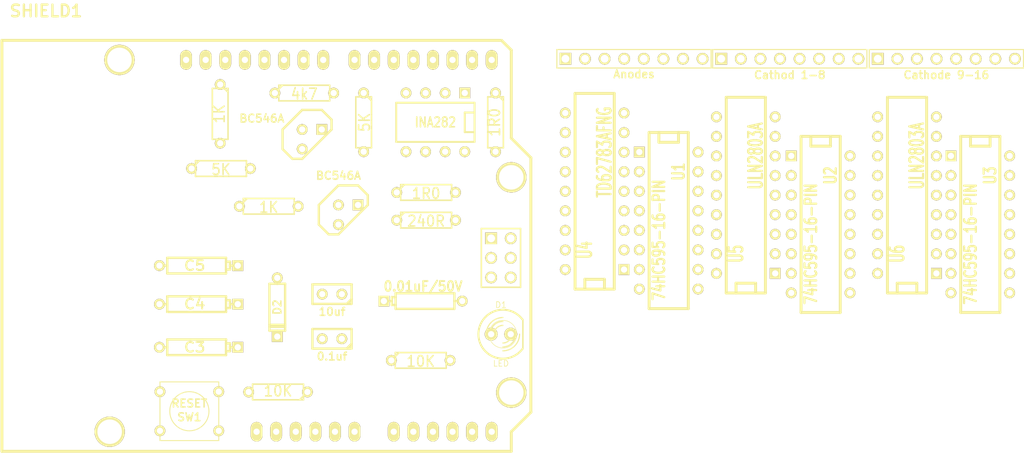
<source format=kicad_pcb>
(kicad_pcb (version 3) (host pcbnew "(2013-07-07 BZR 4022)-stable")

  (general
    (links 118)
    (no_connects 118)
    (area 10.200267 8.1816 116.329001 70.929001)
    (thickness 1.6)
    (drawings 0)
    (tracks 0)
    (zones 0)
    (modules 33)
    (nets 70)
  )

  (page A3)
  (layers
    (15 F.Cu signal)
    (0 B.Cu signal)
    (16 B.Adhes user)
    (17 F.Adhes user)
    (18 B.Paste user)
    (19 F.Paste user)
    (20 B.SilkS user)
    (21 F.SilkS user)
    (22 B.Mask user)
    (23 F.Mask user)
    (24 Dwgs.User user)
    (25 Cmts.User user)
    (26 Eco1.User user)
    (27 Eco2.User user)
    (28 Edge.Cuts user)
  )

  (setup
    (last_trace_width 0.254)
    (trace_clearance 0.254)
    (zone_clearance 0.508)
    (zone_45_only no)
    (trace_min 0.254)
    (segment_width 0.2)
    (edge_width 0.1)
    (via_size 0.889)
    (via_drill 0.635)
    (via_min_size 0.889)
    (via_min_drill 0.508)
    (uvia_size 0.508)
    (uvia_drill 0.127)
    (uvias_allowed no)
    (uvia_min_size 0.508)
    (uvia_min_drill 0.127)
    (pcb_text_width 0.3)
    (pcb_text_size 1.5 1.5)
    (mod_edge_width 0.15)
    (mod_text_size 1 1)
    (mod_text_width 0.15)
    (pad_size 1.524 1.524)
    (pad_drill 1.016)
    (pad_to_mask_clearance 0)
    (aux_axis_origin 0 0)
    (visible_elements 7FFFFFFF)
    (pcbplotparams
      (layerselection 3178497)
      (usegerberextensions true)
      (excludeedgelayer true)
      (linewidth 0.150000)
      (plotframeref false)
      (viasonmask false)
      (mode 1)
      (useauxorigin false)
      (hpglpennumber 1)
      (hpglpenspeed 20)
      (hpglpendiameter 15)
      (hpglpenoverlay 2)
      (psnegative false)
      (psa4output false)
      (plotreference true)
      (plotvalue true)
      (plotothertext true)
      (plotinvisibletext false)
      (padsonsilk false)
      (subtractmaskfromsilk false)
      (outputformat 1)
      (mirror false)
      (drillshape 1)
      (scaleselection 1)
      (outputdirectory ""))
  )

  (net 0 "")
  (net 1 +24V)
  (net 2 +5V)
  (net 3 GND)
  (net 4 MOTOR+)
  (net 5 N-000001)
  (net 6 N-0000010)
  (net 7 N-0000011)
  (net 8 N-0000012)
  (net 9 N-0000013)
  (net 10 N-0000014)
  (net 11 N-0000015)
  (net 12 N-0000016)
  (net 13 N-0000017)
  (net 14 N-0000018)
  (net 15 N-0000019)
  (net 16 N-000002)
  (net 17 N-0000020)
  (net 18 N-0000022)
  (net 19 N-0000023)
  (net 20 N-0000024)
  (net 21 N-0000025)
  (net 22 N-0000026)
  (net 23 N-0000027)
  (net 24 N-0000028)
  (net 25 N-000003)
  (net 26 N-0000030)
  (net 27 N-0000031)
  (net 28 N-0000032)
  (net 29 N-0000034)
  (net 30 N-0000035)
  (net 31 N-000004)
  (net 32 N-000005)
  (net 33 N-0000052)
  (net 34 N-0000053)
  (net 35 N-0000054)
  (net 36 N-0000059)
  (net 37 N-000006)
  (net 38 N-0000060)
  (net 39 N-0000061)
  (net 40 N-0000062)
  (net 41 N-0000063)
  (net 42 N-0000064)
  (net 43 N-0000065)
  (net 44 N-0000066)
  (net 45 N-0000067)
  (net 46 N-0000068)
  (net 47 N-0000069)
  (net 48 N-000007)
  (net 49 N-0000070)
  (net 50 N-0000071)
  (net 51 N-0000072)
  (net 52 N-0000073)
  (net 53 N-0000074)
  (net 54 N-0000075)
  (net 55 N-0000076)
  (net 56 N-0000077)
  (net 57 N-0000078)
  (net 58 N-0000079)
  (net 59 N-000008)
  (net 60 N-0000080)
  (net 61 N-0000083)
  (net 62 N-0000085)
  (net 63 N-0000086)
  (net 64 N-0000087)
  (net 65 N-0000088)
  (net 66 N-0000089)
  (net 67 N-000009)
  (net 68 ON/OFF)
  (net 69 SENSE)

  (net_class Default "This is the default net class."
    (clearance 0.254)
    (trace_width 0.254)
    (via_dia 0.889)
    (via_drill 0.635)
    (uvia_dia 0.508)
    (uvia_drill 0.127)
    (add_net "")
    (add_net +24V)
    (add_net +5V)
    (add_net GND)
    (add_net MOTOR+)
    (add_net N-000001)
    (add_net N-0000010)
    (add_net N-0000011)
    (add_net N-0000012)
    (add_net N-0000013)
    (add_net N-0000014)
    (add_net N-0000015)
    (add_net N-0000016)
    (add_net N-0000017)
    (add_net N-0000018)
    (add_net N-0000019)
    (add_net N-000002)
    (add_net N-0000020)
    (add_net N-0000022)
    (add_net N-0000023)
    (add_net N-0000024)
    (add_net N-0000025)
    (add_net N-0000026)
    (add_net N-0000027)
    (add_net N-0000028)
    (add_net N-000003)
    (add_net N-0000030)
    (add_net N-0000031)
    (add_net N-0000032)
    (add_net N-0000034)
    (add_net N-0000035)
    (add_net N-000004)
    (add_net N-000005)
    (add_net N-0000052)
    (add_net N-0000053)
    (add_net N-0000054)
    (add_net N-0000059)
    (add_net N-000006)
    (add_net N-0000060)
    (add_net N-0000061)
    (add_net N-0000062)
    (add_net N-0000063)
    (add_net N-0000064)
    (add_net N-0000065)
    (add_net N-0000066)
    (add_net N-0000067)
    (add_net N-0000068)
    (add_net N-0000069)
    (add_net N-000007)
    (add_net N-0000070)
    (add_net N-0000071)
    (add_net N-0000072)
    (add_net N-0000073)
    (add_net N-0000074)
    (add_net N-0000075)
    (add_net N-0000076)
    (add_net N-0000077)
    (add_net N-0000078)
    (add_net N-0000079)
    (add_net N-000008)
    (add_net N-0000080)
    (add_net N-0000083)
    (add_net N-0000085)
    (add_net N-0000086)
    (add_net N-0000087)
    (add_net N-0000088)
    (add_net N-0000089)
    (add_net N-000009)
    (add_net ON/OFF)
    (add_net SENSE)
  )

  (module TO92 (layer F.Cu) (tedit 54C0FBCF) (tstamp 54BE401E)
    (at 52.5 26)
    (descr "Transistor TO92 brochage type BC237")
    (tags "TR TO92")
    (path /54BB106A)
    (fp_text reference Q1 (at -1.27 3.81) (layer F.SilkS) hide
      (effects (font (size 1.016 1.016) (thickness 0.2032)))
    )
    (fp_text value BC546A (at -6.5 -2.7) (layer F.SilkS)
      (effects (font (size 1.016 1.016) (thickness 0.2032)))
    )
    (fp_line (start -1.27 2.54) (end 2.54 -1.27) (layer F.SilkS) (width 0.3048))
    (fp_line (start 2.54 -1.27) (end 2.54 -2.54) (layer F.SilkS) (width 0.3048))
    (fp_line (start 2.54 -2.54) (end 1.27 -3.81) (layer F.SilkS) (width 0.3048))
    (fp_line (start 1.27 -3.81) (end -1.27 -3.81) (layer F.SilkS) (width 0.3048))
    (fp_line (start -1.27 -3.81) (end -3.81 -1.27) (layer F.SilkS) (width 0.3048))
    (fp_line (start -3.81 -1.27) (end -3.81 1.27) (layer F.SilkS) (width 0.3048))
    (fp_line (start -3.81 1.27) (end -2.54 2.54) (layer F.SilkS) (width 0.3048))
    (fp_line (start -2.54 2.54) (end -1.27 2.54) (layer F.SilkS) (width 0.3048))
    (pad 1 thru_hole rect (at 1.27 -1.27) (size 1.397 1.397) (drill 0.8128)
      (layers *.Cu *.Mask F.SilkS)
      (net 3 GND)
    )
    (pad 2 thru_hole circle (at -1.27 -1.27) (size 1.397 1.397) (drill 0.8128)
      (layers *.Cu *.Mask F.SilkS)
      (net 28 N-0000032)
    )
    (pad 3 thru_hole circle (at -1.27 1.27) (size 1.397 1.397) (drill 0.8128)
      (layers *.Cu *.Mask F.SilkS)
      (net 30 N-0000035)
    )
    (model discret/to98.wrl
      (at (xyz 0 0 0))
      (scale (xyz 1 1 1))
      (rotate (xyz 0 0 0))
    )
  )

  (module TO92 (layer F.Cu) (tedit 54C0FBD3) (tstamp 54BE402D)
    (at 57.2 35.8)
    (descr "Transistor TO92 brochage type BC237")
    (tags "TR TO92")
    (path /54BAAE64)
    (fp_text reference Q2 (at -1.27 3.81) (layer F.SilkS) hide
      (effects (font (size 1.016 1.016) (thickness 0.2032)))
    )
    (fp_text value BC546A (at -1.27 -5.08) (layer F.SilkS)
      (effects (font (size 1.016 1.016) (thickness 0.2032)))
    )
    (fp_line (start -1.27 2.54) (end 2.54 -1.27) (layer F.SilkS) (width 0.3048))
    (fp_line (start 2.54 -1.27) (end 2.54 -2.54) (layer F.SilkS) (width 0.3048))
    (fp_line (start 2.54 -2.54) (end 1.27 -3.81) (layer F.SilkS) (width 0.3048))
    (fp_line (start 1.27 -3.81) (end -1.27 -3.81) (layer F.SilkS) (width 0.3048))
    (fp_line (start -1.27 -3.81) (end -3.81 -1.27) (layer F.SilkS) (width 0.3048))
    (fp_line (start -3.81 -1.27) (end -3.81 1.27) (layer F.SilkS) (width 0.3048))
    (fp_line (start -3.81 1.27) (end -2.54 2.54) (layer F.SilkS) (width 0.3048))
    (fp_line (start -2.54 2.54) (end -1.27 2.54) (layer F.SilkS) (width 0.3048))
    (pad 1 thru_hole rect (at 1.27 -1.27) (size 1.397 1.397) (drill 0.8128)
      (layers *.Cu *.Mask F.SilkS)
      (net 3 GND)
    )
    (pad 2 thru_hole circle (at -1.27 -1.27) (size 1.397 1.397) (drill 0.8128)
      (layers *.Cu *.Mask F.SilkS)
      (net 15 N-0000019)
    )
    (pad 3 thru_hole circle (at -1.27 1.27) (size 1.397 1.397) (drill 0.8128)
      (layers *.Cu *.Mask F.SilkS)
      (net 30 N-0000035)
    )
    (model discret/to98.wrl
      (at (xyz 0 0 0))
      (scale (xyz 1 1 1))
      (rotate (xyz 0 0 0))
    )
  )

  (module SW_PUSH_SMALL (layer F.Cu) (tedit 46544DB3) (tstamp 54BE403A)
    (at 36.6 61.3 180)
    (path /54A9CC2B)
    (fp_text reference SW1 (at 0 -0.762 180) (layer F.SilkS)
      (effects (font (size 1.016 1.016) (thickness 0.2032)))
    )
    (fp_text value RESET (at 0 1.016 180) (layer F.SilkS)
      (effects (font (size 1.016 1.016) (thickness 0.2032)))
    )
    (fp_circle (center 0 0) (end 0 -2.54) (layer F.SilkS) (width 0.127))
    (fp_line (start -3.81 -3.81) (end 3.81 -3.81) (layer F.SilkS) (width 0.127))
    (fp_line (start 3.81 -3.81) (end 3.81 3.81) (layer F.SilkS) (width 0.127))
    (fp_line (start 3.81 3.81) (end -3.81 3.81) (layer F.SilkS) (width 0.127))
    (fp_line (start -3.81 -3.81) (end -3.81 3.81) (layer F.SilkS) (width 0.127))
    (pad 1 thru_hole circle (at 3.81 -2.54 180) (size 1.397 1.397) (drill 0.8128)
      (layers *.Cu *.Mask F.SilkS)
      (net 3 GND)
    )
    (pad 2 thru_hole circle (at 3.81 2.54 180) (size 1.397 1.397) (drill 0.8128)
      (layers *.Cu *.Mask F.SilkS)
      (net 60 N-0000080)
    )
    (pad 1 thru_hole circle (at -3.81 -2.54 180) (size 1.397 1.397) (drill 0.8128)
      (layers *.Cu *.Mask F.SilkS)
      (net 3 GND)
    )
    (pad 2 thru_hole circle (at -3.81 2.54 180) (size 1.397 1.397) (drill 0.8128)
      (layers *.Cu *.Mask F.SilkS)
      (net 60 N-0000080)
    )
  )

  (module R3 (layer F.Cu) (tedit 54C0F99E) (tstamp 54BE406D)
    (at 59.2 23.8 270)
    (descr "Resitance 3 pas")
    (tags R)
    (path /54BAAF62)
    (autoplace_cost180 10)
    (fp_text reference R4 (at 0 -0.1 270) (layer F.SilkS) hide
      (effects (font (size 1.397 1.27) (thickness 0.2032)))
    )
    (fp_text value 5K (at 0 -0.1 270) (layer F.SilkS)
      (effects (font (size 1.397 1.27) (thickness 0.2032)))
    )
    (fp_line (start -3.81 0) (end -3.302 0) (layer F.SilkS) (width 0.2032))
    (fp_line (start 3.81 0) (end 3.302 0) (layer F.SilkS) (width 0.2032))
    (fp_line (start 3.302 0) (end 3.302 -1.016) (layer F.SilkS) (width 0.2032))
    (fp_line (start 3.302 -1.016) (end -3.302 -1.016) (layer F.SilkS) (width 0.2032))
    (fp_line (start -3.302 -1.016) (end -3.302 1.016) (layer F.SilkS) (width 0.2032))
    (fp_line (start -3.302 1.016) (end 3.302 1.016) (layer F.SilkS) (width 0.2032))
    (fp_line (start 3.302 1.016) (end 3.302 0) (layer F.SilkS) (width 0.2032))
    (fp_line (start -3.302 -0.508) (end -2.794 -1.016) (layer F.SilkS) (width 0.2032))
    (pad 1 thru_hole circle (at -3.81 0 270) (size 1.397 1.397) (drill 0.8128)
      (layers *.Cu *.Mask F.SilkS)
      (net 3 GND)
    )
    (pad 2 thru_hole circle (at 3.81 0 270) (size 1.397 1.397) (drill 0.8128)
      (layers *.Cu *.Mask F.SilkS)
      (net 69 SENSE)
    )
    (model discret/resistor.wrl
      (at (xyz 0 0 0))
      (scale (xyz 0.3 0.3 0.3))
      (rotate (xyz 0 0 0))
    )
  )

  (module R3 (layer F.Cu) (tedit 4E4C0E65) (tstamp 54BE407B)
    (at 51.5 20)
    (descr "Resitance 3 pas")
    (tags R)
    (path /54BA98E9)
    (autoplace_cost180 10)
    (fp_text reference R5 (at 0 0.127) (layer F.SilkS) hide
      (effects (font (size 1.397 1.27) (thickness 0.2032)))
    )
    (fp_text value 4k7 (at 0 0.127) (layer F.SilkS)
      (effects (font (size 1.397 1.27) (thickness 0.2032)))
    )
    (fp_line (start -3.81 0) (end -3.302 0) (layer F.SilkS) (width 0.2032))
    (fp_line (start 3.81 0) (end 3.302 0) (layer F.SilkS) (width 0.2032))
    (fp_line (start 3.302 0) (end 3.302 -1.016) (layer F.SilkS) (width 0.2032))
    (fp_line (start 3.302 -1.016) (end -3.302 -1.016) (layer F.SilkS) (width 0.2032))
    (fp_line (start -3.302 -1.016) (end -3.302 1.016) (layer F.SilkS) (width 0.2032))
    (fp_line (start -3.302 1.016) (end 3.302 1.016) (layer F.SilkS) (width 0.2032))
    (fp_line (start 3.302 1.016) (end 3.302 0) (layer F.SilkS) (width 0.2032))
    (fp_line (start -3.302 -0.508) (end -2.794 -1.016) (layer F.SilkS) (width 0.2032))
    (pad 1 thru_hole circle (at -3.81 0) (size 1.397 1.397) (drill 0.8128)
      (layers *.Cu *.Mask F.SilkS)
      (net 30 N-0000035)
    )
    (pad 2 thru_hole circle (at 3.81 0) (size 1.397 1.397) (drill 0.8128)
      (layers *.Cu *.Mask F.SilkS)
      (net 3 GND)
    )
    (model discret/resistor.wrl
      (at (xyz 0 0 0))
      (scale (xyz 0.3 0.3 0.3))
      (rotate (xyz 0 0 0))
    )
  )

  (module R3 (layer F.Cu) (tedit 4E4C0E65) (tstamp 54BE4089)
    (at 76.3 23.8 270)
    (descr "Resitance 3 pas")
    (tags R)
    (path /54BA9A44)
    (autoplace_cost180 10)
    (fp_text reference R10 (at 0 0.127 270) (layer F.SilkS) hide
      (effects (font (size 1.397 1.27) (thickness 0.2032)))
    )
    (fp_text value 1R0 (at 0 0.127 270) (layer F.SilkS)
      (effects (font (size 1.397 1.27) (thickness 0.2032)))
    )
    (fp_line (start -3.81 0) (end -3.302 0) (layer F.SilkS) (width 0.2032))
    (fp_line (start 3.81 0) (end 3.302 0) (layer F.SilkS) (width 0.2032))
    (fp_line (start 3.302 0) (end 3.302 -1.016) (layer F.SilkS) (width 0.2032))
    (fp_line (start 3.302 -1.016) (end -3.302 -1.016) (layer F.SilkS) (width 0.2032))
    (fp_line (start -3.302 -1.016) (end -3.302 1.016) (layer F.SilkS) (width 0.2032))
    (fp_line (start -3.302 1.016) (end 3.302 1.016) (layer F.SilkS) (width 0.2032))
    (fp_line (start 3.302 1.016) (end 3.302 0) (layer F.SilkS) (width 0.2032))
    (fp_line (start -3.302 -0.508) (end -2.794 -1.016) (layer F.SilkS) (width 0.2032))
    (pad 1 thru_hole circle (at -3.81 0 270) (size 1.397 1.397) (drill 0.8128)
      (layers *.Cu *.Mask F.SilkS)
      (net 4 MOTOR+)
    )
    (pad 2 thru_hole circle (at 3.81 0 270) (size 1.397 1.397) (drill 0.8128)
      (layers *.Cu *.Mask F.SilkS)
      (net 29 N-0000034)
    )
    (model discret/resistor.wrl
      (at (xyz 0 0 0))
      (scale (xyz 0.3 0.3 0.3))
      (rotate (xyz 0 0 0))
    )
  )

  (module R3 (layer F.Cu) (tedit 4E4C0E65) (tstamp 54BE4097)
    (at 67.3 32.9)
    (descr "Resitance 3 pas")
    (tags R)
    (path /54BA9A60)
    (autoplace_cost180 10)
    (fp_text reference R9 (at 0 0.127) (layer F.SilkS) hide
      (effects (font (size 1.397 1.27) (thickness 0.2032)))
    )
    (fp_text value 1R0 (at 0 0.127) (layer F.SilkS)
      (effects (font (size 1.397 1.27) (thickness 0.2032)))
    )
    (fp_line (start -3.81 0) (end -3.302 0) (layer F.SilkS) (width 0.2032))
    (fp_line (start 3.81 0) (end 3.302 0) (layer F.SilkS) (width 0.2032))
    (fp_line (start 3.302 0) (end 3.302 -1.016) (layer F.SilkS) (width 0.2032))
    (fp_line (start 3.302 -1.016) (end -3.302 -1.016) (layer F.SilkS) (width 0.2032))
    (fp_line (start -3.302 -1.016) (end -3.302 1.016) (layer F.SilkS) (width 0.2032))
    (fp_line (start -3.302 1.016) (end 3.302 1.016) (layer F.SilkS) (width 0.2032))
    (fp_line (start 3.302 1.016) (end 3.302 0) (layer F.SilkS) (width 0.2032))
    (fp_line (start -3.302 -0.508) (end -2.794 -1.016) (layer F.SilkS) (width 0.2032))
    (pad 1 thru_hole circle (at -3.81 0) (size 1.397 1.397) (drill 0.8128)
      (layers *.Cu *.Mask F.SilkS)
      (net 4 MOTOR+)
    )
    (pad 2 thru_hole circle (at 3.81 0) (size 1.397 1.397) (drill 0.8128)
      (layers *.Cu *.Mask F.SilkS)
      (net 29 N-0000034)
    )
    (model discret/resistor.wrl
      (at (xyz 0 0 0))
      (scale (xyz 0.3 0.3 0.3))
      (rotate (xyz 0 0 0))
    )
  )

  (module R3 (layer F.Cu) (tedit 4E4C0E65) (tstamp 54BE40A5)
    (at 67.3 36.5)
    (descr "Resitance 3 pas")
    (tags R)
    (path /54BAA101)
    (autoplace_cost180 10)
    (fp_text reference R7 (at 0 0.127) (layer F.SilkS) hide
      (effects (font (size 1.397 1.27) (thickness 0.2032)))
    )
    (fp_text value 240R (at 0 0.127) (layer F.SilkS)
      (effects (font (size 1.397 1.27) (thickness 0.2032)))
    )
    (fp_line (start -3.81 0) (end -3.302 0) (layer F.SilkS) (width 0.2032))
    (fp_line (start 3.81 0) (end 3.302 0) (layer F.SilkS) (width 0.2032))
    (fp_line (start 3.302 0) (end 3.302 -1.016) (layer F.SilkS) (width 0.2032))
    (fp_line (start 3.302 -1.016) (end -3.302 -1.016) (layer F.SilkS) (width 0.2032))
    (fp_line (start -3.302 -1.016) (end -3.302 1.016) (layer F.SilkS) (width 0.2032))
    (fp_line (start -3.302 1.016) (end 3.302 1.016) (layer F.SilkS) (width 0.2032))
    (fp_line (start 3.302 1.016) (end 3.302 0) (layer F.SilkS) (width 0.2032))
    (fp_line (start -3.302 -0.508) (end -2.794 -1.016) (layer F.SilkS) (width 0.2032))
    (pad 1 thru_hole circle (at -3.81 0) (size 1.397 1.397) (drill 0.8128)
      (layers *.Cu *.Mask F.SilkS)
      (net 30 N-0000035)
    )
    (pad 2 thru_hole circle (at 3.81 0) (size 1.397 1.397) (drill 0.8128)
      (layers *.Cu *.Mask F.SilkS)
      (net 29 N-0000034)
    )
    (model discret/resistor.wrl
      (at (xyz 0 0 0))
      (scale (xyz 0.3 0.3 0.3))
      (rotate (xyz 0 0 0))
    )
  )

  (module R3 (layer F.Cu) (tedit 4E4C0E65) (tstamp 54BE40B3)
    (at 66.6 54.7)
    (descr "Resitance 3 pas")
    (tags R)
    (path /54A9D853)
    (autoplace_cost180 10)
    (fp_text reference R1 (at 0 0.127) (layer F.SilkS) hide
      (effects (font (size 1.397 1.27) (thickness 0.2032)))
    )
    (fp_text value 10K (at 0 0.127) (layer F.SilkS)
      (effects (font (size 1.397 1.27) (thickness 0.2032)))
    )
    (fp_line (start -3.81 0) (end -3.302 0) (layer F.SilkS) (width 0.2032))
    (fp_line (start 3.81 0) (end 3.302 0) (layer F.SilkS) (width 0.2032))
    (fp_line (start 3.302 0) (end 3.302 -1.016) (layer F.SilkS) (width 0.2032))
    (fp_line (start 3.302 -1.016) (end -3.302 -1.016) (layer F.SilkS) (width 0.2032))
    (fp_line (start -3.302 -1.016) (end -3.302 1.016) (layer F.SilkS) (width 0.2032))
    (fp_line (start -3.302 1.016) (end 3.302 1.016) (layer F.SilkS) (width 0.2032))
    (fp_line (start 3.302 1.016) (end 3.302 0) (layer F.SilkS) (width 0.2032))
    (fp_line (start -3.302 -0.508) (end -2.794 -1.016) (layer F.SilkS) (width 0.2032))
    (pad 1 thru_hole circle (at -3.81 0) (size 1.397 1.397) (drill 0.8128)
      (layers *.Cu *.Mask F.SilkS)
      (net 2 +5V)
    )
    (pad 2 thru_hole circle (at 3.81 0) (size 1.397 1.397) (drill 0.8128)
      (layers *.Cu *.Mask F.SilkS)
      (net 57 N-0000078)
    )
    (model discret/resistor.wrl
      (at (xyz 0 0 0))
      (scale (xyz 0.3 0.3 0.3))
      (rotate (xyz 0 0 0))
    )
  )

  (module R3 (layer F.Cu) (tedit 4E4C0E65) (tstamp 54BE40C1)
    (at 46.9 34.7)
    (descr "Resitance 3 pas")
    (tags R)
    (path /54BAB11B)
    (autoplace_cost180 10)
    (fp_text reference R6 (at 0 0.127) (layer F.SilkS) hide
      (effects (font (size 1.397 1.27) (thickness 0.2032)))
    )
    (fp_text value 1K (at 0 0.127) (layer F.SilkS)
      (effects (font (size 1.397 1.27) (thickness 0.2032)))
    )
    (fp_line (start -3.81 0) (end -3.302 0) (layer F.SilkS) (width 0.2032))
    (fp_line (start 3.81 0) (end 3.302 0) (layer F.SilkS) (width 0.2032))
    (fp_line (start 3.302 0) (end 3.302 -1.016) (layer F.SilkS) (width 0.2032))
    (fp_line (start 3.302 -1.016) (end -3.302 -1.016) (layer F.SilkS) (width 0.2032))
    (fp_line (start -3.302 -1.016) (end -3.302 1.016) (layer F.SilkS) (width 0.2032))
    (fp_line (start -3.302 1.016) (end 3.302 1.016) (layer F.SilkS) (width 0.2032))
    (fp_line (start 3.302 1.016) (end 3.302 0) (layer F.SilkS) (width 0.2032))
    (fp_line (start -3.302 -0.508) (end -2.794 -1.016) (layer F.SilkS) (width 0.2032))
    (pad 1 thru_hole circle (at -3.81 0) (size 1.397 1.397) (drill 0.8128)
      (layers *.Cu *.Mask F.SilkS)
      (net 69 SENSE)
    )
    (pad 2 thru_hole circle (at 3.81 0) (size 1.397 1.397) (drill 0.8128)
      (layers *.Cu *.Mask F.SilkS)
      (net 15 N-0000019)
    )
    (model discret/resistor.wrl
      (at (xyz 0 0 0))
      (scale (xyz 0.3 0.3 0.3))
      (rotate (xyz 0 0 0))
    )
  )

  (module R3 (layer F.Cu) (tedit 4E4C0E65) (tstamp 54BE40CF)
    (at 48.1 58.8 180)
    (descr "Resitance 3 pas")
    (tags R)
    (path /54A9CBA3)
    (autoplace_cost180 10)
    (fp_text reference R2 (at 0 0.127 180) (layer F.SilkS) hide
      (effects (font (size 1.397 1.27) (thickness 0.2032)))
    )
    (fp_text value 10K (at 0 0.127 180) (layer F.SilkS)
      (effects (font (size 1.397 1.27) (thickness 0.2032)))
    )
    (fp_line (start -3.81 0) (end -3.302 0) (layer F.SilkS) (width 0.2032))
    (fp_line (start 3.81 0) (end 3.302 0) (layer F.SilkS) (width 0.2032))
    (fp_line (start 3.302 0) (end 3.302 -1.016) (layer F.SilkS) (width 0.2032))
    (fp_line (start 3.302 -1.016) (end -3.302 -1.016) (layer F.SilkS) (width 0.2032))
    (fp_line (start -3.302 -1.016) (end -3.302 1.016) (layer F.SilkS) (width 0.2032))
    (fp_line (start -3.302 1.016) (end 3.302 1.016) (layer F.SilkS) (width 0.2032))
    (fp_line (start 3.302 1.016) (end 3.302 0) (layer F.SilkS) (width 0.2032))
    (fp_line (start -3.302 -0.508) (end -2.794 -1.016) (layer F.SilkS) (width 0.2032))
    (pad 1 thru_hole circle (at -3.81 0 180) (size 1.397 1.397) (drill 0.8128)
      (layers *.Cu *.Mask F.SilkS)
      (net 2 +5V)
    )
    (pad 2 thru_hole circle (at 3.81 0 180) (size 1.397 1.397) (drill 0.8128)
      (layers *.Cu *.Mask F.SilkS)
      (net 60 N-0000080)
    )
    (model discret/resistor.wrl
      (at (xyz 0 0 0))
      (scale (xyz 0.3 0.3 0.3))
      (rotate (xyz 0 0 0))
    )
  )

  (module R3 (layer F.Cu) (tedit 4E4C0E65) (tstamp 54BE40DD)
    (at 40.6 22.7 270)
    (descr "Resitance 3 pas")
    (tags R)
    (path /54BB11C5)
    (autoplace_cost180 10)
    (fp_text reference R3 (at 0 0.127 270) (layer F.SilkS) hide
      (effects (font (size 1.397 1.27) (thickness 0.2032)))
    )
    (fp_text value 1K (at 0 0.127 270) (layer F.SilkS)
      (effects (font (size 1.397 1.27) (thickness 0.2032)))
    )
    (fp_line (start -3.81 0) (end -3.302 0) (layer F.SilkS) (width 0.2032))
    (fp_line (start 3.81 0) (end 3.302 0) (layer F.SilkS) (width 0.2032))
    (fp_line (start 3.302 0) (end 3.302 -1.016) (layer F.SilkS) (width 0.2032))
    (fp_line (start 3.302 -1.016) (end -3.302 -1.016) (layer F.SilkS) (width 0.2032))
    (fp_line (start -3.302 -1.016) (end -3.302 1.016) (layer F.SilkS) (width 0.2032))
    (fp_line (start -3.302 1.016) (end 3.302 1.016) (layer F.SilkS) (width 0.2032))
    (fp_line (start 3.302 1.016) (end 3.302 0) (layer F.SilkS) (width 0.2032))
    (fp_line (start -3.302 -0.508) (end -2.794 -1.016) (layer F.SilkS) (width 0.2032))
    (pad 1 thru_hole circle (at -3.81 0 270) (size 1.397 1.397) (drill 0.8128)
      (layers *.Cu *.Mask F.SilkS)
      (net 68 ON/OFF)
    )
    (pad 2 thru_hole circle (at 3.81 0 270) (size 1.397 1.397) (drill 0.8128)
      (layers *.Cu *.Mask F.SilkS)
      (net 28 N-0000032)
    )
    (model discret/resistor.wrl
      (at (xyz 0 0 0))
      (scale (xyz 0.3 0.3 0.3))
      (rotate (xyz 0 0 0))
    )
  )

  (module R3 (layer F.Cu) (tedit 4E4C0E65) (tstamp 54BE40EB)
    (at 40.7 29.8)
    (descr "Resitance 3 pas")
    (tags R)
    (path /54BB1B6A)
    (autoplace_cost180 10)
    (fp_text reference R8 (at 0 0.127) (layer F.SilkS) hide
      (effects (font (size 1.397 1.27) (thickness 0.2032)))
    )
    (fp_text value 5K (at 0 0.127) (layer F.SilkS)
      (effects (font (size 1.397 1.27) (thickness 0.2032)))
    )
    (fp_line (start -3.81 0) (end -3.302 0) (layer F.SilkS) (width 0.2032))
    (fp_line (start 3.81 0) (end 3.302 0) (layer F.SilkS) (width 0.2032))
    (fp_line (start 3.302 0) (end 3.302 -1.016) (layer F.SilkS) (width 0.2032))
    (fp_line (start 3.302 -1.016) (end -3.302 -1.016) (layer F.SilkS) (width 0.2032))
    (fp_line (start -3.302 -1.016) (end -3.302 1.016) (layer F.SilkS) (width 0.2032))
    (fp_line (start -3.302 1.016) (end 3.302 1.016) (layer F.SilkS) (width 0.2032))
    (fp_line (start 3.302 1.016) (end 3.302 0) (layer F.SilkS) (width 0.2032))
    (fp_line (start -3.302 -0.508) (end -2.794 -1.016) (layer F.SilkS) (width 0.2032))
    (pad 1 thru_hole circle (at -3.81 0) (size 1.397 1.397) (drill 0.8128)
      (layers *.Cu *.Mask F.SilkS)
      (net 28 N-0000032)
    )
    (pad 2 thru_hole circle (at 3.81 0) (size 1.397 1.397) (drill 0.8128)
      (layers *.Cu *.Mask F.SilkS)
      (net 2 +5V)
    )
    (model discret/resistor.wrl
      (at (xyz 0 0 0))
      (scale (xyz 0.3 0.3 0.3))
      (rotate (xyz 0 0 0))
    )
  )

  (module LED-5MM (layer F.Cu) (tedit 50ADE86B) (tstamp 54BE4158)
    (at 77 51.3)
    (descr "LED 5mm - Lead pitch 100mil (2,54mm)")
    (tags "LED led 5mm 5MM 100mil 2,54mm")
    (path /54A9D862)
    (fp_text reference D1 (at 0 -3.81) (layer F.SilkS)
      (effects (font (size 0.762 0.762) (thickness 0.0889)))
    )
    (fp_text value LED (at 0 3.81) (layer F.SilkS)
      (effects (font (size 0.762 0.762) (thickness 0.0889)))
    )
    (fp_line (start 2.8448 1.905) (end 2.8448 -1.905) (layer F.SilkS) (width 0.2032))
    (fp_circle (center 0.254 0) (end -1.016 1.27) (layer F.SilkS) (width 0.0762))
    (fp_arc (start 0.254 0) (end 2.794 1.905) (angle 286.2) (layer F.SilkS) (width 0.254))
    (fp_arc (start 0.254 0) (end -0.889 0) (angle 90) (layer F.SilkS) (width 0.1524))
    (fp_arc (start 0.254 0) (end 1.397 0) (angle 90) (layer F.SilkS) (width 0.1524))
    (fp_arc (start 0.254 0) (end -1.397 0) (angle 90) (layer F.SilkS) (width 0.1524))
    (fp_arc (start 0.254 0) (end 1.905 0) (angle 90) (layer F.SilkS) (width 0.1524))
    (fp_arc (start 0.254 0) (end -1.905 0) (angle 90) (layer F.SilkS) (width 0.1524))
    (fp_arc (start 0.254 0) (end 2.413 0) (angle 90) (layer F.SilkS) (width 0.1524))
    (pad 1 thru_hole circle (at -1.27 0) (size 1.6764 1.6764) (drill 0.8128)
      (layers *.Cu *.Mask F.SilkS)
      (net 57 N-0000078)
    )
    (pad 2 thru_hole circle (at 1.27 0) (size 1.6764 1.6764) (drill 0.8128)
      (layers *.Cu *.Mask F.SilkS)
      (net 3 GND)
    )
    (model discret/leds/led5_vertical_verde.wrl
      (at (xyz 0 0 0))
      (scale (xyz 1 1 1))
      (rotate (xyz 0 0 0))
    )
  )

  (module DIP-16__300 (layer F.Cu) (tedit 200000) (tstamp 54BE4174)
    (at 139.15 37.05 270)
    (descr "16 pins DIL package, round pads")
    (tags DIL)
    (path /54BA77B8)
    (fp_text reference U3 (at -6.35 -1.27 270) (layer F.SilkS)
      (effects (font (size 1.524 1.143) (thickness 0.3048)))
    )
    (fp_text value 74HC595-16-PIN (at 2.54 1.27 270) (layer F.SilkS)
      (effects (font (size 1.524 1.143) (thickness 0.3048)))
    )
    (fp_line (start -11.43 -1.27) (end -11.43 -1.27) (layer F.SilkS) (width 0.381))
    (fp_line (start -11.43 -1.27) (end -10.16 -1.27) (layer F.SilkS) (width 0.381))
    (fp_line (start -10.16 -1.27) (end -10.16 1.27) (layer F.SilkS) (width 0.381))
    (fp_line (start -10.16 1.27) (end -11.43 1.27) (layer F.SilkS) (width 0.381))
    (fp_line (start -11.43 -2.54) (end 11.43 -2.54) (layer F.SilkS) (width 0.381))
    (fp_line (start 11.43 -2.54) (end 11.43 2.54) (layer F.SilkS) (width 0.381))
    (fp_line (start 11.43 2.54) (end -11.43 2.54) (layer F.SilkS) (width 0.381))
    (fp_line (start -11.43 2.54) (end -11.43 -2.54) (layer F.SilkS) (width 0.381))
    (pad 1 thru_hole rect (at -8.89 3.81 270) (size 1.397 1.397) (drill 0.8128)
      (layers *.Cu *.Mask F.SilkS)
      (net 49 N-0000070)
    )
    (pad 2 thru_hole circle (at -6.35 3.81 270) (size 1.397 1.397) (drill 0.8128)
      (layers *.Cu *.Mask F.SilkS)
      (net 50 N-0000071)
    )
    (pad 3 thru_hole circle (at -3.81 3.81 270) (size 1.397 1.397) (drill 0.8128)
      (layers *.Cu *.Mask F.SilkS)
      (net 33 N-0000052)
    )
    (pad 4 thru_hole circle (at -1.27 3.81 270) (size 1.397 1.397) (drill 0.8128)
      (layers *.Cu *.Mask F.SilkS)
      (net 35 N-0000054)
    )
    (pad 5 thru_hole circle (at 1.27 3.81 270) (size 1.397 1.397) (drill 0.8128)
      (layers *.Cu *.Mask F.SilkS)
      (net 34 N-0000053)
    )
    (pad 6 thru_hole circle (at 3.81 3.81 270) (size 1.397 1.397) (drill 0.8128)
      (layers *.Cu *.Mask F.SilkS)
      (net 52 N-0000073)
    )
    (pad 7 thru_hole circle (at 6.35 3.81 270) (size 1.397 1.397) (drill 0.8128)
      (layers *.Cu *.Mask F.SilkS)
      (net 51 N-0000072)
    )
    (pad 8 thru_hole circle (at 8.89 3.81 270) (size 1.397 1.397) (drill 0.8128)
      (layers *.Cu *.Mask F.SilkS)
      (net 3 GND)
    )
    (pad 9 thru_hole circle (at 8.89 -3.81 270) (size 1.397 1.397) (drill 0.8128)
      (layers *.Cu *.Mask F.SilkS)
    )
    (pad 10 thru_hole circle (at 6.35 -3.81 270) (size 1.397 1.397) (drill 0.8128)
      (layers *.Cu *.Mask F.SilkS)
      (net 2 +5V)
    )
    (pad 11 thru_hole circle (at 3.81 -3.81 270) (size 1.397 1.397) (drill 0.8128)
      (layers *.Cu *.Mask F.SilkS)
      (net 65 N-0000088)
    )
    (pad 12 thru_hole circle (at 1.27 -3.81 270) (size 1.397 1.397) (drill 0.8128)
      (layers *.Cu *.Mask F.SilkS)
      (net 66 N-0000089)
    )
    (pad 13 thru_hole circle (at -1.27 -3.81 270) (size 1.397 1.397) (drill 0.8128)
      (layers *.Cu *.Mask F.SilkS)
      (net 3 GND)
    )
    (pad 14 thru_hole circle (at -3.81 -3.81 270) (size 1.397 1.397) (drill 0.8128)
      (layers *.Cu *.Mask F.SilkS)
      (net 62 N-0000085)
    )
    (pad 15 thru_hole circle (at -6.35 -3.81 270) (size 1.397 1.397) (drill 0.8128)
      (layers *.Cu *.Mask F.SilkS)
      (net 47 N-0000069)
    )
    (pad 16 thru_hole circle (at -8.89 -3.81 270) (size 1.397 1.397) (drill 0.8128)
      (layers *.Cu *.Mask F.SilkS)
      (net 2 +5V)
    )
    (model dil/dil_16.wrl
      (at (xyz 0 0 0))
      (scale (xyz 1 1 1))
      (rotate (xyz 0 0 0))
    )
  )

  (module DIP-16__300 (layer F.Cu) (tedit 200000) (tstamp 54BE4CF0)
    (at 118.45 37.05 270)
    (descr "16 pins DIL package, round pads")
    (tags DIL)
    (path /54A9B221)
    (fp_text reference U2 (at -6.35 -1.27 270) (layer F.SilkS)
      (effects (font (size 1.524 1.143) (thickness 0.3048)))
    )
    (fp_text value 74HC595-16-PIN (at 2.54 1.27 270) (layer F.SilkS)
      (effects (font (size 1.524 1.143) (thickness 0.3048)))
    )
    (fp_line (start -11.43 -1.27) (end -11.43 -1.27) (layer F.SilkS) (width 0.381))
    (fp_line (start -11.43 -1.27) (end -10.16 -1.27) (layer F.SilkS) (width 0.381))
    (fp_line (start -10.16 -1.27) (end -10.16 1.27) (layer F.SilkS) (width 0.381))
    (fp_line (start -10.16 1.27) (end -11.43 1.27) (layer F.SilkS) (width 0.381))
    (fp_line (start -11.43 -2.54) (end 11.43 -2.54) (layer F.SilkS) (width 0.381))
    (fp_line (start 11.43 -2.54) (end 11.43 2.54) (layer F.SilkS) (width 0.381))
    (fp_line (start 11.43 2.54) (end -11.43 2.54) (layer F.SilkS) (width 0.381))
    (fp_line (start -11.43 2.54) (end -11.43 -2.54) (layer F.SilkS) (width 0.381))
    (pad 1 thru_hole rect (at -8.89 3.81 270) (size 1.397 1.397) (drill 0.8128)
      (layers *.Cu *.Mask F.SilkS)
      (net 40 N-0000062)
    )
    (pad 2 thru_hole circle (at -6.35 3.81 270) (size 1.397 1.397) (drill 0.8128)
      (layers *.Cu *.Mask F.SilkS)
      (net 41 N-0000063)
    )
    (pad 3 thru_hole circle (at -3.81 3.81 270) (size 1.397 1.397) (drill 0.8128)
      (layers *.Cu *.Mask F.SilkS)
      (net 56 N-0000077)
    )
    (pad 4 thru_hole circle (at -1.27 3.81 270) (size 1.397 1.397) (drill 0.8128)
      (layers *.Cu *.Mask F.SilkS)
      (net 55 N-0000076)
    )
    (pad 5 thru_hole circle (at 1.27 3.81 270) (size 1.397 1.397) (drill 0.8128)
      (layers *.Cu *.Mask F.SilkS)
      (net 54 N-0000075)
    )
    (pad 6 thru_hole circle (at 3.81 3.81 270) (size 1.397 1.397) (drill 0.8128)
      (layers *.Cu *.Mask F.SilkS)
      (net 53 N-0000074)
    )
    (pad 7 thru_hole circle (at 6.35 3.81 270) (size 1.397 1.397) (drill 0.8128)
      (layers *.Cu *.Mask F.SilkS)
      (net 42 N-0000064)
    )
    (pad 8 thru_hole circle (at 8.89 3.81 270) (size 1.397 1.397) (drill 0.8128)
      (layers *.Cu *.Mask F.SilkS)
      (net 3 GND)
    )
    (pad 9 thru_hole circle (at 8.89 -3.81 270) (size 1.397 1.397) (drill 0.8128)
      (layers *.Cu *.Mask F.SilkS)
      (net 62 N-0000085)
    )
    (pad 10 thru_hole circle (at 6.35 -3.81 270) (size 1.397 1.397) (drill 0.8128)
      (layers *.Cu *.Mask F.SilkS)
      (net 2 +5V)
    )
    (pad 11 thru_hole circle (at 3.81 -3.81 270) (size 1.397 1.397) (drill 0.8128)
      (layers *.Cu *.Mask F.SilkS)
      (net 65 N-0000088)
    )
    (pad 12 thru_hole circle (at 1.27 -3.81 270) (size 1.397 1.397) (drill 0.8128)
      (layers *.Cu *.Mask F.SilkS)
      (net 66 N-0000089)
    )
    (pad 13 thru_hole circle (at -1.27 -3.81 270) (size 1.397 1.397) (drill 0.8128)
      (layers *.Cu *.Mask F.SilkS)
      (net 3 GND)
    )
    (pad 14 thru_hole circle (at -3.81 -3.81 270) (size 1.397 1.397) (drill 0.8128)
      (layers *.Cu *.Mask F.SilkS)
      (net 63 N-0000086)
    )
    (pad 15 thru_hole circle (at -6.35 -3.81 270) (size 1.397 1.397) (drill 0.8128)
      (layers *.Cu *.Mask F.SilkS)
      (net 39 N-0000061)
    )
    (pad 16 thru_hole circle (at -8.89 -3.81 270) (size 1.397 1.397) (drill 0.8128)
      (layers *.Cu *.Mask F.SilkS)
      (net 2 +5V)
    )
    (model dil/dil_16.wrl
      (at (xyz 0 0 0))
      (scale (xyz 1 1 1))
      (rotate (xyz 0 0 0))
    )
  )

  (module DIP-16__300 (layer F.Cu) (tedit 200000) (tstamp 54BE4A85)
    (at 98.75 36.55 270)
    (descr "16 pins DIL package, round pads")
    (tags DIL)
    (path /54A9B208)
    (fp_text reference U1 (at -6.35 -1.27 270) (layer F.SilkS)
      (effects (font (size 1.524 1.143) (thickness 0.3048)))
    )
    (fp_text value 74HC595-16-PIN (at 2.54 1.27 270) (layer F.SilkS)
      (effects (font (size 1.524 1.143) (thickness 0.3048)))
    )
    (fp_line (start -11.43 -1.27) (end -11.43 -1.27) (layer F.SilkS) (width 0.381))
    (fp_line (start -11.43 -1.27) (end -10.16 -1.27) (layer F.SilkS) (width 0.381))
    (fp_line (start -10.16 -1.27) (end -10.16 1.27) (layer F.SilkS) (width 0.381))
    (fp_line (start -10.16 1.27) (end -11.43 1.27) (layer F.SilkS) (width 0.381))
    (fp_line (start -11.43 -2.54) (end 11.43 -2.54) (layer F.SilkS) (width 0.381))
    (fp_line (start 11.43 -2.54) (end 11.43 2.54) (layer F.SilkS) (width 0.381))
    (fp_line (start 11.43 2.54) (end -11.43 2.54) (layer F.SilkS) (width 0.381))
    (fp_line (start -11.43 2.54) (end -11.43 -2.54) (layer F.SilkS) (width 0.381))
    (pad 1 thru_hole rect (at -8.89 3.81 270) (size 1.397 1.397) (drill 0.8128)
      (layers *.Cu *.Mask F.SilkS)
      (net 27 N-0000031)
    )
    (pad 2 thru_hole circle (at -6.35 3.81 270) (size 1.397 1.397) (drill 0.8128)
      (layers *.Cu *.Mask F.SilkS)
      (net 44 N-0000066)
    )
    (pad 3 thru_hole circle (at -3.81 3.81 270) (size 1.397 1.397) (drill 0.8128)
      (layers *.Cu *.Mask F.SilkS)
      (net 38 N-0000060)
    )
    (pad 4 thru_hole circle (at -1.27 3.81 270) (size 1.397 1.397) (drill 0.8128)
      (layers *.Cu *.Mask F.SilkS)
      (net 36 N-0000059)
    )
    (pad 5 thru_hole circle (at 1.27 3.81 270) (size 1.397 1.397) (drill 0.8128)
      (layers *.Cu *.Mask F.SilkS)
      (net 46 N-0000068)
    )
    (pad 6 thru_hole circle (at 3.81 3.81 270) (size 1.397 1.397) (drill 0.8128)
      (layers *.Cu *.Mask F.SilkS)
      (net 43 N-0000065)
    )
    (pad 7 thru_hole circle (at 6.35 3.81 270) (size 1.397 1.397) (drill 0.8128)
      (layers *.Cu *.Mask F.SilkS)
      (net 45 N-0000067)
    )
    (pad 8 thru_hole circle (at 8.89 3.81 270) (size 1.397 1.397) (drill 0.8128)
      (layers *.Cu *.Mask F.SilkS)
      (net 3 GND)
    )
    (pad 9 thru_hole circle (at 8.89 -3.81 270) (size 1.397 1.397) (drill 0.8128)
      (layers *.Cu *.Mask F.SilkS)
      (net 63 N-0000086)
    )
    (pad 10 thru_hole circle (at 6.35 -3.81 270) (size 1.397 1.397) (drill 0.8128)
      (layers *.Cu *.Mask F.SilkS)
      (net 2 +5V)
    )
    (pad 11 thru_hole circle (at 3.81 -3.81 270) (size 1.397 1.397) (drill 0.8128)
      (layers *.Cu *.Mask F.SilkS)
      (net 65 N-0000088)
    )
    (pad 12 thru_hole circle (at 1.27 -3.81 270) (size 1.397 1.397) (drill 0.8128)
      (layers *.Cu *.Mask F.SilkS)
      (net 66 N-0000089)
    )
    (pad 13 thru_hole circle (at -1.27 -3.81 270) (size 1.397 1.397) (drill 0.8128)
      (layers *.Cu *.Mask F.SilkS)
      (net 3 GND)
    )
    (pad 14 thru_hole circle (at -3.81 -3.81 270) (size 1.397 1.397) (drill 0.8128)
      (layers *.Cu *.Mask F.SilkS)
      (net 64 N-0000087)
    )
    (pad 15 thru_hole circle (at -6.35 -3.81 270) (size 1.397 1.397) (drill 0.8128)
      (layers *.Cu *.Mask F.SilkS)
      (net 26 N-0000030)
    )
    (pad 16 thru_hole circle (at -8.89 -3.81 270) (size 1.397 1.397) (drill 0.8128)
      (layers *.Cu *.Mask F.SilkS)
      (net 2 +5V)
    )
    (model dil/dil_16.wrl
      (at (xyz 0 0 0))
      (scale (xyz 1 1 1))
      (rotate (xyz 0 0 0))
    )
  )

  (module D3 (layer F.Cu) (tedit 200000) (tstamp 54BE41BC)
    (at 48 47.8 270)
    (descr "Diode 3 pas")
    (tags "DIODE DEV")
    (path /54BA9330)
    (fp_text reference D2 (at 0 0 270) (layer F.SilkS)
      (effects (font (size 1.016 1.016) (thickness 0.2032)))
    )
    (fp_text value 1N4004 (at 0 0 270) (layer F.SilkS) hide
      (effects (font (size 1.016 1.016) (thickness 0.2032)))
    )
    (fp_line (start 3.81 0) (end 3.048 0) (layer F.SilkS) (width 0.3048))
    (fp_line (start 3.048 0) (end 3.048 -1.016) (layer F.SilkS) (width 0.3048))
    (fp_line (start 3.048 -1.016) (end -3.048 -1.016) (layer F.SilkS) (width 0.3048))
    (fp_line (start -3.048 -1.016) (end -3.048 0) (layer F.SilkS) (width 0.3048))
    (fp_line (start -3.048 0) (end -3.81 0) (layer F.SilkS) (width 0.3048))
    (fp_line (start -3.048 0) (end -3.048 1.016) (layer F.SilkS) (width 0.3048))
    (fp_line (start -3.048 1.016) (end 3.048 1.016) (layer F.SilkS) (width 0.3048))
    (fp_line (start 3.048 1.016) (end 3.048 0) (layer F.SilkS) (width 0.3048))
    (fp_line (start 2.54 -1.016) (end 2.54 1.016) (layer F.SilkS) (width 0.3048))
    (fp_line (start 2.286 1.016) (end 2.286 -1.016) (layer F.SilkS) (width 0.3048))
    (pad 2 thru_hole rect (at 3.81 0 270) (size 1.397 1.397) (drill 0.8128)
      (layers *.Cu *.Mask F.SilkS)
      (net 1 +24V)
    )
    (pad 1 thru_hole circle (at -3.81 0 270) (size 1.397 1.397) (drill 0.8128)
      (layers *.Cu *.Mask F.SilkS)
      (net 29 N-0000034)
    )
    (model discret/diode.wrl
      (at (xyz 0 0 0))
      (scale (xyz 0.3 0.3 0.3))
      (rotate (xyz 0 0 0))
    )
  )

  (module CP4 (layer F.Cu) (tedit 200000) (tstamp 54BE41CC)
    (at 37.8 53 180)
    (descr "Condensateur polarise")
    (tags CP)
    (path /54BA94BD)
    (fp_text reference C3 (at 0.508 0 180) (layer F.SilkS)
      (effects (font (size 1.27 1.397) (thickness 0.254)))
    )
    (fp_text value 100uF/50V (at 0.508 0 180) (layer F.SilkS) hide
      (effects (font (size 1.27 1.143) (thickness 0.254)))
    )
    (fp_line (start 5.08 0) (end 4.064 0) (layer F.SilkS) (width 0.3048))
    (fp_line (start 4.064 0) (end 4.064 1.016) (layer F.SilkS) (width 0.3048))
    (fp_line (start 4.064 1.016) (end -3.556 1.016) (layer F.SilkS) (width 0.3048))
    (fp_line (start -3.556 1.016) (end -3.556 -1.016) (layer F.SilkS) (width 0.3048))
    (fp_line (start -3.556 -1.016) (end 4.064 -1.016) (layer F.SilkS) (width 0.3048))
    (fp_line (start 4.064 -1.016) (end 4.064 0) (layer F.SilkS) (width 0.3048))
    (fp_line (start -5.08 0) (end -4.064 0) (layer F.SilkS) (width 0.3048))
    (fp_line (start -3.556 0.508) (end -4.064 0.508) (layer F.SilkS) (width 0.3048))
    (fp_line (start -4.064 0.508) (end -4.064 -0.508) (layer F.SilkS) (width 0.3048))
    (fp_line (start -4.064 -0.508) (end -3.556 -0.508) (layer F.SilkS) (width 0.3048))
    (pad 1 thru_hole rect (at -5.08 0 180) (size 1.397 1.397) (drill 0.8128)
      (layers *.Cu *.Mask F.SilkS)
      (net 1 +24V)
    )
    (pad 2 thru_hole circle (at 5.08 0 180) (size 1.397 1.397) (drill 0.8128)
      (layers *.Cu *.Mask F.SilkS)
      (net 3 GND)
    )
    (model discret/c_pol.wrl
      (at (xyz 0 0 0))
      (scale (xyz 0.4 0.4 0.4))
      (rotate (xyz 0 0 0))
    )
  )

  (module CP4 (layer F.Cu) (tedit 200000) (tstamp 54BE41DC)
    (at 37.8 47.4 180)
    (descr "Condensateur polarise")
    (tags CP)
    (path /54BA9514)
    (fp_text reference C4 (at 0.508 0 180) (layer F.SilkS)
      (effects (font (size 1.27 1.397) (thickness 0.254)))
    )
    (fp_text value 0.01uF/50V (at 0.508 0 180) (layer F.SilkS) hide
      (effects (font (size 1.27 1.143) (thickness 0.254)))
    )
    (fp_line (start 5.08 0) (end 4.064 0) (layer F.SilkS) (width 0.3048))
    (fp_line (start 4.064 0) (end 4.064 1.016) (layer F.SilkS) (width 0.3048))
    (fp_line (start 4.064 1.016) (end -3.556 1.016) (layer F.SilkS) (width 0.3048))
    (fp_line (start -3.556 1.016) (end -3.556 -1.016) (layer F.SilkS) (width 0.3048))
    (fp_line (start -3.556 -1.016) (end 4.064 -1.016) (layer F.SilkS) (width 0.3048))
    (fp_line (start 4.064 -1.016) (end 4.064 0) (layer F.SilkS) (width 0.3048))
    (fp_line (start -5.08 0) (end -4.064 0) (layer F.SilkS) (width 0.3048))
    (fp_line (start -3.556 0.508) (end -4.064 0.508) (layer F.SilkS) (width 0.3048))
    (fp_line (start -4.064 0.508) (end -4.064 -0.508) (layer F.SilkS) (width 0.3048))
    (fp_line (start -4.064 -0.508) (end -3.556 -0.508) (layer F.SilkS) (width 0.3048))
    (pad 1 thru_hole rect (at -5.08 0 180) (size 1.397 1.397) (drill 0.8128)
      (layers *.Cu *.Mask F.SilkS)
      (net 1 +24V)
    )
    (pad 2 thru_hole circle (at 5.08 0 180) (size 1.397 1.397) (drill 0.8128)
      (layers *.Cu *.Mask F.SilkS)
      (net 3 GND)
    )
    (model discret/c_pol.wrl
      (at (xyz 0 0 0))
      (scale (xyz 0.4 0.4 0.4))
      (rotate (xyz 0 0 0))
    )
  )

  (module CP4 (layer F.Cu) (tedit 200000) (tstamp 54BE41EC)
    (at 37.8 42.4 180)
    (descr "Condensateur polarise")
    (tags CP)
    (path /54BAA72A)
    (fp_text reference C5 (at 0.508 0 180) (layer F.SilkS)
      (effects (font (size 1.27 1.397) (thickness 0.254)))
    )
    (fp_text value 0.1uf/50V (at 0.508 0 180) (layer F.SilkS) hide
      (effects (font (size 1.27 1.143) (thickness 0.254)))
    )
    (fp_line (start 5.08 0) (end 4.064 0) (layer F.SilkS) (width 0.3048))
    (fp_line (start 4.064 0) (end 4.064 1.016) (layer F.SilkS) (width 0.3048))
    (fp_line (start 4.064 1.016) (end -3.556 1.016) (layer F.SilkS) (width 0.3048))
    (fp_line (start -3.556 1.016) (end -3.556 -1.016) (layer F.SilkS) (width 0.3048))
    (fp_line (start -3.556 -1.016) (end 4.064 -1.016) (layer F.SilkS) (width 0.3048))
    (fp_line (start 4.064 -1.016) (end 4.064 0) (layer F.SilkS) (width 0.3048))
    (fp_line (start -5.08 0) (end -4.064 0) (layer F.SilkS) (width 0.3048))
    (fp_line (start -3.556 0.508) (end -4.064 0.508) (layer F.SilkS) (width 0.3048))
    (fp_line (start -4.064 0.508) (end -4.064 -0.508) (layer F.SilkS) (width 0.3048))
    (fp_line (start -4.064 -0.508) (end -3.556 -0.508) (layer F.SilkS) (width 0.3048))
    (pad 1 thru_hole rect (at -5.08 0 180) (size 1.397 1.397) (drill 0.8128)
      (layers *.Cu *.Mask F.SilkS)
      (net 29 N-0000034)
    )
    (pad 2 thru_hole circle (at 5.08 0 180) (size 1.397 1.397) (drill 0.8128)
      (layers *.Cu *.Mask F.SilkS)
      (net 3 GND)
    )
    (model discret/c_pol.wrl
      (at (xyz 0 0 0))
      (scale (xyz 0.4 0.4 0.4))
      (rotate (xyz 0 0 0))
    )
  )

  (module CP4 (layer F.Cu) (tedit 54C0FC04) (tstamp 54BE41FC)
    (at 66.9 47)
    (descr "Condensateur polarise")
    (tags CP)
    (path /54BAAA8F)
    (fp_text reference C6 (at 0.508 0) (layer F.SilkS) hide
      (effects (font (size 1.27 1.397) (thickness 0.254)))
    )
    (fp_text value 0.01uF/50V (at 0 -1.9) (layer F.SilkS)
      (effects (font (size 1.27 1.143) (thickness 0.254)))
    )
    (fp_line (start 5.08 0) (end 4.064 0) (layer F.SilkS) (width 0.3048))
    (fp_line (start 4.064 0) (end 4.064 1.016) (layer F.SilkS) (width 0.3048))
    (fp_line (start 4.064 1.016) (end -3.556 1.016) (layer F.SilkS) (width 0.3048))
    (fp_line (start -3.556 1.016) (end -3.556 -1.016) (layer F.SilkS) (width 0.3048))
    (fp_line (start -3.556 -1.016) (end 4.064 -1.016) (layer F.SilkS) (width 0.3048))
    (fp_line (start 4.064 -1.016) (end 4.064 0) (layer F.SilkS) (width 0.3048))
    (fp_line (start -5.08 0) (end -4.064 0) (layer F.SilkS) (width 0.3048))
    (fp_line (start -3.556 0.508) (end -4.064 0.508) (layer F.SilkS) (width 0.3048))
    (fp_line (start -4.064 0.508) (end -4.064 -0.508) (layer F.SilkS) (width 0.3048))
    (fp_line (start -4.064 -0.508) (end -3.556 -0.508) (layer F.SilkS) (width 0.3048))
    (pad 1 thru_hole rect (at -5.08 0) (size 1.397 1.397) (drill 0.8128)
      (layers *.Cu *.Mask F.SilkS)
      (net 2 +5V)
    )
    (pad 2 thru_hole circle (at 5.08 0) (size 1.397 1.397) (drill 0.8128)
      (layers *.Cu *.Mask F.SilkS)
      (net 3 GND)
    )
    (model discret/c_pol.wrl
      (at (xyz 0 0 0))
      (scale (xyz 0.4 0.4 0.4))
      (rotate (xyz 0 0 0))
    )
  )

  (module C1 (layer F.Cu) (tedit 54C0FBB7) (tstamp 54BE4207)
    (at 55.1 51.9 180)
    (descr "Condensateur e = 1 pas")
    (tags C)
    (path /54A9D844)
    (fp_text reference C2 (at 0.254 -2.286 180) (layer F.SilkS) hide
      (effects (font (size 1.016 1.016) (thickness 0.2032)))
    )
    (fp_text value 0.1uf (at 0 -2.286 180) (layer F.SilkS)
      (effects (font (size 1.016 1.016) (thickness 0.2032)))
    )
    (fp_line (start -2.4892 -1.27) (end 2.54 -1.27) (layer F.SilkS) (width 0.3048))
    (fp_line (start 2.54 -1.27) (end 2.54 1.27) (layer F.SilkS) (width 0.3048))
    (fp_line (start 2.54 1.27) (end -2.54 1.27) (layer F.SilkS) (width 0.3048))
    (fp_line (start -2.54 1.27) (end -2.54 -1.27) (layer F.SilkS) (width 0.3048))
    (fp_line (start -2.54 -0.635) (end -1.905 -1.27) (layer F.SilkS) (width 0.3048))
    (pad 1 thru_hole circle (at -1.27 0 180) (size 1.397 1.397) (drill 0.8128)
      (layers *.Cu *.Mask F.SilkS)
      (net 2 +5V)
    )
    (pad 2 thru_hole circle (at 1.27 0 180) (size 1.397 1.397) (drill 0.8128)
      (layers *.Cu *.Mask F.SilkS)
      (net 3 GND)
    )
    (model discret/capa_1_pas.wrl
      (at (xyz 0 0 0))
      (scale (xyz 1 1 1))
      (rotate (xyz 0 0 0))
    )
  )

  (module C1 (layer F.Cu) (tedit 54C0FB9E) (tstamp 54BE4212)
    (at 55.1 46.1 180)
    (descr "Condensateur e = 1 pas")
    (tags C)
    (path /54A9D835)
    (fp_text reference C1 (at 0.254 -2.286 180) (layer F.SilkS) hide
      (effects (font (size 1.016 1.016) (thickness 0.2032)))
    )
    (fp_text value 10uf (at 0 -2.286 180) (layer F.SilkS)
      (effects (font (size 1.016 1.016) (thickness 0.2032)))
    )
    (fp_line (start -2.4892 -1.27) (end 2.54 -1.27) (layer F.SilkS) (width 0.3048))
    (fp_line (start 2.54 -1.27) (end 2.54 1.27) (layer F.SilkS) (width 0.3048))
    (fp_line (start 2.54 1.27) (end -2.54 1.27) (layer F.SilkS) (width 0.3048))
    (fp_line (start -2.54 1.27) (end -2.54 -1.27) (layer F.SilkS) (width 0.3048))
    (fp_line (start -2.54 -0.635) (end -1.905 -1.27) (layer F.SilkS) (width 0.3048))
    (pad 1 thru_hole circle (at -1.27 0 180) (size 1.397 1.397) (drill 0.8128)
      (layers *.Cu *.Mask F.SilkS)
      (net 2 +5V)
    )
    (pad 2 thru_hole circle (at 1.27 0 180) (size 1.397 1.397) (drill 0.8128)
      (layers *.Cu *.Mask F.SilkS)
      (net 3 GND)
    )
    (model discret/capa_1_pas.wrl
      (at (xyz 0 0 0))
      (scale (xyz 1 1 1))
      (rotate (xyz 0 0 0))
    )
  )

  (module pin_array_8x1 (layer F.Cu) (tedit 54C0ED8C) (tstamp 54BE46FC)
    (at 94.25 15.55)
    (descr "Double rangee de contacts 2 x 8 pins")
    (tags CONN)
    (path /54BE5ABF)
    (fp_text reference P4 (at -9 2.1) (layer F.SilkS) hide
      (effects (font (size 1.016 1.016) (thickness 0.2032)))
    )
    (fp_text value Anodes (at 0 2) (layer F.SilkS)
      (effects (font (size 1.016 1.016) (thickness 0.2032)))
    )
    (fp_line (start -10 -1.2) (end 10 -1.2) (layer F.SilkS) (width 0.15))
    (fp_line (start 10 -1.2) (end 10 1.2) (layer F.SilkS) (width 0.15))
    (fp_line (start 10 1.2) (end -10 1.2) (layer F.SilkS) (width 0.15))
    (fp_line (start -10 1.2) (end -10 -1.2) (layer F.SilkS) (width 0.15))
    (pad 1 thru_hole rect (at -8.89 0) (size 1.524 1.524) (drill 1.016)
      (layers *.Cu *.Mask F.SilkS)
      (net 25 N-000003)
    )
    (pad 2 thru_hole circle (at -6.35 0) (size 1.524 1.524) (drill 1.016)
      (layers *.Cu *.Mask F.SilkS)
      (net 31 N-000004)
    )
    (pad 3 thru_hole circle (at -3.81 0) (size 1.524 1.524) (drill 1.016)
      (layers *.Cu *.Mask F.SilkS)
      (net 32 N-000005)
    )
    (pad 4 thru_hole circle (at -1.27 0) (size 1.524 1.524) (drill 1.016)
      (layers *.Cu *.Mask F.SilkS)
      (net 37 N-000006)
    )
    (pad 5 thru_hole circle (at 1.27 0) (size 1.524 1.524) (drill 1.016)
      (layers *.Cu *.Mask F.SilkS)
      (net 48 N-000007)
    )
    (pad 6 thru_hole circle (at 3.81 0) (size 1.524 1.524) (drill 1.016)
      (layers *.Cu *.Mask F.SilkS)
      (net 59 N-000008)
    )
    (pad 7 thru_hole circle (at 6.35 0) (size 1.524 1.524) (drill 1.016)
      (layers *.Cu *.Mask F.SilkS)
      (net 67 N-000009)
    )
    (pad 8 thru_hole circle (at 8.89 0) (size 1.524 1.524) (drill 1.016)
      (layers *.Cu *.Mask F.SilkS)
      (net 5 N-000001)
    )
    (model pin_array/pins_array_8x2.wrl
      (at (xyz 0 0 0))
      (scale (xyz 1 1 1))
      (rotate (xyz 0 0 0))
    )
  )

  (module pin_array_8x1 (layer F.Cu) (tedit 54C0ED46) (tstamp 54BE470C)
    (at 114.45 15.55)
    (descr "Double rangee de contacts 2 x 8 pins")
    (tags CONN)
    (path /54BE5ACC)
    (fp_text reference P5 (at -8.9 2.1) (layer F.SilkS) hide
      (effects (font (size 1.016 1.016) (thickness 0.2032)))
    )
    (fp_text value "Cathod 1-8" (at 0 2.1) (layer F.SilkS)
      (effects (font (size 1.016 1.016) (thickness 0.2032)))
    )
    (fp_line (start -10 -1.2) (end 10 -1.2) (layer F.SilkS) (width 0.15))
    (fp_line (start 10 -1.2) (end 10 1.2) (layer F.SilkS) (width 0.15))
    (fp_line (start 10 1.2) (end -10 1.2) (layer F.SilkS) (width 0.15))
    (fp_line (start -10 1.2) (end -10 -1.2) (layer F.SilkS) (width 0.15))
    (pad 1 thru_hole rect (at -8.89 0) (size 1.524 1.524) (drill 1.016)
      (layers *.Cu *.Mask F.SilkS)
      (net 6 N-0000010)
    )
    (pad 2 thru_hole circle (at -6.35 0) (size 1.524 1.524) (drill 1.016)
      (layers *.Cu *.Mask F.SilkS)
      (net 7 N-0000011)
    )
    (pad 3 thru_hole circle (at -3.81 0) (size 1.524 1.524) (drill 1.016)
      (layers *.Cu *.Mask F.SilkS)
      (net 8 N-0000012)
    )
    (pad 4 thru_hole circle (at -1.27 0) (size 1.524 1.524) (drill 1.016)
      (layers *.Cu *.Mask F.SilkS)
      (net 9 N-0000013)
    )
    (pad 5 thru_hole circle (at 1.27 0) (size 1.524 1.524) (drill 1.016)
      (layers *.Cu *.Mask F.SilkS)
      (net 10 N-0000014)
    )
    (pad 6 thru_hole circle (at 3.81 0) (size 1.524 1.524) (drill 1.016)
      (layers *.Cu *.Mask F.SilkS)
      (net 11 N-0000015)
    )
    (pad 7 thru_hole circle (at 6.35 0) (size 1.524 1.524) (drill 1.016)
      (layers *.Cu *.Mask F.SilkS)
      (net 12 N-0000016)
    )
    (pad 8 thru_hole circle (at 8.89 0) (size 1.524 1.524) (drill 1.016)
      (layers *.Cu *.Mask F.SilkS)
      (net 13 N-0000017)
    )
    (model pin_array/pins_array_8x2.wrl
      (at (xyz 0 0 0))
      (scale (xyz 1 1 1))
      (rotate (xyz 0 0 0))
    )
  )

  (module pin_array_8x1 (layer F.Cu) (tedit 54C0ED64) (tstamp 54BE471C)
    (at 134.75 15.55)
    (descr "Double rangee de contacts 2 x 8 pins")
    (tags CONN)
    (path /54BE5AD2)
    (fp_text reference P6 (at -8.9 2.3) (layer F.SilkS) hide
      (effects (font (size 1.016 1.016) (thickness 0.2032)))
    )
    (fp_text value "Cathode 9-16" (at 0 2.1) (layer F.SilkS)
      (effects (font (size 1.016 1.016) (thickness 0.2032)))
    )
    (fp_line (start -10 -1.2) (end 10 -1.2) (layer F.SilkS) (width 0.15))
    (fp_line (start 10 -1.2) (end 10 1.2) (layer F.SilkS) (width 0.15))
    (fp_line (start 10 1.2) (end -10 1.2) (layer F.SilkS) (width 0.15))
    (fp_line (start -10 1.2) (end -10 -1.2) (layer F.SilkS) (width 0.15))
    (pad 1 thru_hole rect (at -8.89 0) (size 1.524 1.524) (drill 1.016)
      (layers *.Cu *.Mask F.SilkS)
      (net 14 N-0000018)
    )
    (pad 2 thru_hole circle (at -6.35 0) (size 1.524 1.524) (drill 1.016)
      (layers *.Cu *.Mask F.SilkS)
      (net 17 N-0000020)
    )
    (pad 3 thru_hole circle (at -3.81 0) (size 1.524 1.524) (drill 1.016)
      (layers *.Cu *.Mask F.SilkS)
      (net 20 N-0000024)
    )
    (pad 4 thru_hole circle (at -1.27 0) (size 1.524 1.524) (drill 1.016)
      (layers *.Cu *.Mask F.SilkS)
      (net 21 N-0000025)
    )
    (pad 5 thru_hole circle (at 1.27 0) (size 1.524 1.524) (drill 1.016)
      (layers *.Cu *.Mask F.SilkS)
      (net 22 N-0000026)
    )
    (pad 6 thru_hole circle (at 3.81 0) (size 1.524 1.524) (drill 1.016)
      (layers *.Cu *.Mask F.SilkS)
      (net 23 N-0000027)
    )
    (pad 7 thru_hole circle (at 6.35 0) (size 1.524 1.524) (drill 1.016)
      (layers *.Cu *.Mask F.SilkS)
      (net 19 N-0000023)
    )
    (pad 8 thru_hole circle (at 8.89 0) (size 1.524 1.524) (drill 1.016)
      (layers *.Cu *.Mask F.SilkS)
      (net 24 N-0000028)
    )
    (model pin_array/pins_array_8x2.wrl
      (at (xyz 0 0 0))
      (scale (xyz 1 1 1))
      (rotate (xyz 0 0 0))
    )
  )

  (module DIP-8__300 (layer F.Cu) (tedit 54C0F9E2) (tstamp 54BE4934)
    (at 68.5 23.8 180)
    (descr "8 pins DIL package, round pads")
    (tags DIL)
    (path /54BAA8E9)
    (fp_text reference U7 (at 3.8 -1.7 180) (layer F.SilkS) hide
      (effects (font (size 1.27 1.143) (thickness 0.2032)))
    )
    (fp_text value INA282 (at 0 0 180) (layer F.SilkS)
      (effects (font (size 1.27 1.016) (thickness 0.2032)))
    )
    (fp_line (start -5.08 -1.27) (end -3.81 -1.27) (layer F.SilkS) (width 0.254))
    (fp_line (start -3.81 -1.27) (end -3.81 1.27) (layer F.SilkS) (width 0.254))
    (fp_line (start -3.81 1.27) (end -5.08 1.27) (layer F.SilkS) (width 0.254))
    (fp_line (start -5.08 -2.54) (end 5.08 -2.54) (layer F.SilkS) (width 0.254))
    (fp_line (start 5.08 -2.54) (end 5.08 2.54) (layer F.SilkS) (width 0.254))
    (fp_line (start 5.08 2.54) (end -5.08 2.54) (layer F.SilkS) (width 0.254))
    (fp_line (start -5.08 2.54) (end -5.08 -2.54) (layer F.SilkS) (width 0.254))
    (pad 1 thru_hole rect (at -3.81 3.81 180) (size 1.397 1.397) (drill 0.8128)
      (layers *.Cu *.Mask F.SilkS)
      (net 4 MOTOR+)
    )
    (pad 2 thru_hole circle (at -1.27 3.81 180) (size 1.397 1.397) (drill 0.8128)
      (layers *.Cu *.Mask F.SilkS)
      (net 3 GND)
    )
    (pad 3 thru_hole circle (at 1.27 3.81 180) (size 1.397 1.397) (drill 0.8128)
      (layers *.Cu *.Mask F.SilkS)
      (net 3 GND)
    )
    (pad 4 thru_hole circle (at 3.81 3.81 180) (size 1.397 1.397) (drill 0.8128)
      (layers *.Cu *.Mask F.SilkS)
    )
    (pad 5 thru_hole circle (at 3.81 -3.81 180) (size 1.397 1.397) (drill 0.8128)
      (layers *.Cu *.Mask F.SilkS)
      (net 69 SENSE)
    )
    (pad 6 thru_hole circle (at 1.27 -3.81 180) (size 1.397 1.397) (drill 0.8128)
      (layers *.Cu *.Mask F.SilkS)
      (net 2 +5V)
    )
    (pad 7 thru_hole circle (at -1.27 -3.81 180) (size 1.397 1.397) (drill 0.8128)
      (layers *.Cu *.Mask F.SilkS)
      (net 3 GND)
    )
    (pad 8 thru_hole circle (at -3.81 -3.81 180) (size 1.397 1.397) (drill 0.8128)
      (layers *.Cu *.Mask F.SilkS)
      (net 29 N-0000034)
    )
    (model dil/dil_8.wrl
      (at (xyz 0 0 0))
      (scale (xyz 1 1 1))
      (rotate (xyz 0 0 0))
    )
  )

  (module DIP-18__300 (layer F.Cu) (tedit 200000) (tstamp 54BE4951)
    (at 89.15 32.75 90)
    (descr "8 pins DIL package, round pads")
    (path /54987AEF)
    (fp_text reference U4 (at -7.62 -1.27 90) (layer F.SilkS)
      (effects (font (size 1.778 1.143) (thickness 0.3048)))
    )
    (fp_text value TD62783AFNG (at 5.08 1.27 90) (layer F.SilkS)
      (effects (font (size 1.778 1.143) (thickness 0.3048)))
    )
    (fp_line (start -12.7 -1.27) (end -11.43 -1.27) (layer F.SilkS) (width 0.381))
    (fp_line (start -11.43 -1.27) (end -11.43 1.27) (layer F.SilkS) (width 0.381))
    (fp_line (start -11.43 1.27) (end -12.7 1.27) (layer F.SilkS) (width 0.381))
    (fp_line (start -12.7 -2.54) (end 12.7 -2.54) (layer F.SilkS) (width 0.381))
    (fp_line (start 12.7 -2.54) (end 12.7 2.54) (layer F.SilkS) (width 0.381))
    (fp_line (start 12.7 2.54) (end -12.7 2.54) (layer F.SilkS) (width 0.381))
    (fp_line (start -12.7 2.54) (end -12.7 -2.54) (layer F.SilkS) (width 0.381))
    (pad 1 thru_hole rect (at -10.16 3.81 90) (size 1.397 1.397) (drill 0.8128)
      (layers *.Cu *.Mask F.SilkS)
      (net 45 N-0000067)
    )
    (pad 2 thru_hole circle (at -7.62 3.81 90) (size 1.397 1.397) (drill 0.8128)
      (layers *.Cu *.Mask F.SilkS)
      (net 43 N-0000065)
    )
    (pad 3 thru_hole circle (at -5.08 3.81 90) (size 1.397 1.397) (drill 0.8128)
      (layers *.Cu *.Mask F.SilkS)
      (net 46 N-0000068)
    )
    (pad 4 thru_hole circle (at -2.54 3.81 90) (size 1.397 1.397) (drill 0.8128)
      (layers *.Cu *.Mask F.SilkS)
      (net 36 N-0000059)
    )
    (pad 5 thru_hole circle (at 0 3.81 90) (size 1.397 1.397) (drill 0.8128)
      (layers *.Cu *.Mask F.SilkS)
      (net 38 N-0000060)
    )
    (pad 6 thru_hole circle (at 2.54 3.81 90) (size 1.397 1.397) (drill 0.8128)
      (layers *.Cu *.Mask F.SilkS)
      (net 44 N-0000066)
    )
    (pad 7 thru_hole circle (at 5.08 3.81 90) (size 1.397 1.397) (drill 0.8128)
      (layers *.Cu *.Mask F.SilkS)
      (net 27 N-0000031)
    )
    (pad 8 thru_hole circle (at 7.62 3.81 90) (size 1.397 1.397) (drill 0.8128)
      (layers *.Cu *.Mask F.SilkS)
      (net 26 N-0000030)
    )
    (pad 9 thru_hole circle (at 10.16 3.81 90) (size 1.397 1.397) (drill 0.8128)
      (layers *.Cu *.Mask F.SilkS)
      (net 4 MOTOR+)
    )
    (pad 10 thru_hole circle (at 10.16 -3.81 90) (size 1.397 1.397) (drill 0.8128)
      (layers *.Cu *.Mask F.SilkS)
      (net 3 GND)
    )
    (pad 11 thru_hole circle (at 7.62 -3.81 90) (size 1.397 1.397) (drill 0.8128)
      (layers *.Cu *.Mask F.SilkS)
      (net 5 N-000001)
    )
    (pad 12 thru_hole circle (at 5.08 -3.81 90) (size 1.397 1.397) (drill 0.8128)
      (layers *.Cu *.Mask F.SilkS)
      (net 67 N-000009)
    )
    (pad 13 thru_hole circle (at 2.54 -3.81 90) (size 1.397 1.397) (drill 0.8128)
      (layers *.Cu *.Mask F.SilkS)
      (net 59 N-000008)
    )
    (pad 14 thru_hole circle (at 0 -3.81 90) (size 1.397 1.397) (drill 0.8128)
      (layers *.Cu *.Mask F.SilkS)
      (net 48 N-000007)
    )
    (pad 15 thru_hole circle (at -2.54 -3.81 90) (size 1.397 1.397) (drill 0.8128)
      (layers *.Cu *.Mask F.SilkS)
      (net 37 N-000006)
    )
    (pad 16 thru_hole circle (at -5.08 -3.81 90) (size 1.397 1.397) (drill 0.8128)
      (layers *.Cu *.Mask F.SilkS)
      (net 32 N-000005)
    )
    (pad 17 thru_hole circle (at -7.62 -3.81 90) (size 1.397 1.397) (drill 0.8128)
      (layers *.Cu *.Mask F.SilkS)
      (net 31 N-000004)
    )
    (pad 18 thru_hole circle (at -10.16 -3.81 90) (size 1.397 1.397) (drill 0.8128)
      (layers *.Cu *.Mask F.SilkS)
      (net 25 N-000003)
    )
    (model dil/dil_18.wrl
      (at (xyz 0 0 0))
      (scale (xyz 1 1 1))
      (rotate (xyz 0 0 0))
    )
  )

  (module DIP-18__300 (layer F.Cu) (tedit 200000) (tstamp 54BE496E)
    (at 108.75 33.25 90)
    (descr "8 pins DIL package, round pads")
    (path /549882C0)
    (fp_text reference U5 (at -7.62 -1.27 90) (layer F.SilkS)
      (effects (font (size 1.778 1.143) (thickness 0.3048)))
    )
    (fp_text value ULN2803A (at 5.08 1.27 90) (layer F.SilkS)
      (effects (font (size 1.778 1.143) (thickness 0.3048)))
    )
    (fp_line (start -12.7 -1.27) (end -11.43 -1.27) (layer F.SilkS) (width 0.381))
    (fp_line (start -11.43 -1.27) (end -11.43 1.27) (layer F.SilkS) (width 0.381))
    (fp_line (start -11.43 1.27) (end -12.7 1.27) (layer F.SilkS) (width 0.381))
    (fp_line (start -12.7 -2.54) (end 12.7 -2.54) (layer F.SilkS) (width 0.381))
    (fp_line (start 12.7 -2.54) (end 12.7 2.54) (layer F.SilkS) (width 0.381))
    (fp_line (start 12.7 2.54) (end -12.7 2.54) (layer F.SilkS) (width 0.381))
    (fp_line (start -12.7 2.54) (end -12.7 -2.54) (layer F.SilkS) (width 0.381))
    (pad 1 thru_hole rect (at -10.16 3.81 90) (size 1.397 1.397) (drill 0.8128)
      (layers *.Cu *.Mask F.SilkS)
      (net 42 N-0000064)
    )
    (pad 2 thru_hole circle (at -7.62 3.81 90) (size 1.397 1.397) (drill 0.8128)
      (layers *.Cu *.Mask F.SilkS)
      (net 53 N-0000074)
    )
    (pad 3 thru_hole circle (at -5.08 3.81 90) (size 1.397 1.397) (drill 0.8128)
      (layers *.Cu *.Mask F.SilkS)
      (net 54 N-0000075)
    )
    (pad 4 thru_hole circle (at -2.54 3.81 90) (size 1.397 1.397) (drill 0.8128)
      (layers *.Cu *.Mask F.SilkS)
      (net 55 N-0000076)
    )
    (pad 5 thru_hole circle (at 0 3.81 90) (size 1.397 1.397) (drill 0.8128)
      (layers *.Cu *.Mask F.SilkS)
      (net 56 N-0000077)
    )
    (pad 6 thru_hole circle (at 2.54 3.81 90) (size 1.397 1.397) (drill 0.8128)
      (layers *.Cu *.Mask F.SilkS)
      (net 41 N-0000063)
    )
    (pad 7 thru_hole circle (at 5.08 3.81 90) (size 1.397 1.397) (drill 0.8128)
      (layers *.Cu *.Mask F.SilkS)
      (net 40 N-0000062)
    )
    (pad 8 thru_hole circle (at 7.62 3.81 90) (size 1.397 1.397) (drill 0.8128)
      (layers *.Cu *.Mask F.SilkS)
      (net 39 N-0000061)
    )
    (pad 9 thru_hole circle (at 10.16 3.81 90) (size 1.397 1.397) (drill 0.8128)
      (layers *.Cu *.Mask F.SilkS)
      (net 3 GND)
    )
    (pad 10 thru_hole circle (at 10.16 -3.81 90) (size 1.397 1.397) (drill 0.8128)
      (layers *.Cu *.Mask F.SilkS)
    )
    (pad 11 thru_hole circle (at 7.62 -3.81 90) (size 1.397 1.397) (drill 0.8128)
      (layers *.Cu *.Mask F.SilkS)
      (net 13 N-0000017)
    )
    (pad 12 thru_hole circle (at 5.08 -3.81 90) (size 1.397 1.397) (drill 0.8128)
      (layers *.Cu *.Mask F.SilkS)
      (net 12 N-0000016)
    )
    (pad 13 thru_hole circle (at 2.54 -3.81 90) (size 1.397 1.397) (drill 0.8128)
      (layers *.Cu *.Mask F.SilkS)
      (net 11 N-0000015)
    )
    (pad 14 thru_hole circle (at 0 -3.81 90) (size 1.397 1.397) (drill 0.8128)
      (layers *.Cu *.Mask F.SilkS)
      (net 10 N-0000014)
    )
    (pad 15 thru_hole circle (at -2.54 -3.81 90) (size 1.397 1.397) (drill 0.8128)
      (layers *.Cu *.Mask F.SilkS)
      (net 9 N-0000013)
    )
    (pad 16 thru_hole circle (at -5.08 -3.81 90) (size 1.397 1.397) (drill 0.8128)
      (layers *.Cu *.Mask F.SilkS)
      (net 8 N-0000012)
    )
    (pad 17 thru_hole circle (at -7.62 -3.81 90) (size 1.397 1.397) (drill 0.8128)
      (layers *.Cu *.Mask F.SilkS)
      (net 7 N-0000011)
    )
    (pad 18 thru_hole circle (at -10.16 -3.81 90) (size 1.397 1.397) (drill 0.8128)
      (layers *.Cu *.Mask F.SilkS)
      (net 6 N-0000010)
    )
    (model dil/dil_18.wrl
      (at (xyz 0 0 0))
      (scale (xyz 1 1 1))
      (rotate (xyz 0 0 0))
    )
  )

  (module DIP-18__300 (layer F.Cu) (tedit 200000) (tstamp 54BE498B)
    (at 129.65 33.25 90)
    (descr "8 pins DIL package, round pads")
    (path /54BA836E)
    (fp_text reference U6 (at -7.62 -1.27 90) (layer F.SilkS)
      (effects (font (size 1.778 1.143) (thickness 0.3048)))
    )
    (fp_text value ULN2803A (at 5.08 1.27 90) (layer F.SilkS)
      (effects (font (size 1.778 1.143) (thickness 0.3048)))
    )
    (fp_line (start -12.7 -1.27) (end -11.43 -1.27) (layer F.SilkS) (width 0.381))
    (fp_line (start -11.43 -1.27) (end -11.43 1.27) (layer F.SilkS) (width 0.381))
    (fp_line (start -11.43 1.27) (end -12.7 1.27) (layer F.SilkS) (width 0.381))
    (fp_line (start -12.7 -2.54) (end 12.7 -2.54) (layer F.SilkS) (width 0.381))
    (fp_line (start 12.7 -2.54) (end 12.7 2.54) (layer F.SilkS) (width 0.381))
    (fp_line (start 12.7 2.54) (end -12.7 2.54) (layer F.SilkS) (width 0.381))
    (fp_line (start -12.7 2.54) (end -12.7 -2.54) (layer F.SilkS) (width 0.381))
    (pad 1 thru_hole rect (at -10.16 3.81 90) (size 1.397 1.397) (drill 0.8128)
      (layers *.Cu *.Mask F.SilkS)
      (net 51 N-0000072)
    )
    (pad 2 thru_hole circle (at -7.62 3.81 90) (size 1.397 1.397) (drill 0.8128)
      (layers *.Cu *.Mask F.SilkS)
      (net 52 N-0000073)
    )
    (pad 3 thru_hole circle (at -5.08 3.81 90) (size 1.397 1.397) (drill 0.8128)
      (layers *.Cu *.Mask F.SilkS)
      (net 34 N-0000053)
    )
    (pad 4 thru_hole circle (at -2.54 3.81 90) (size 1.397 1.397) (drill 0.8128)
      (layers *.Cu *.Mask F.SilkS)
      (net 35 N-0000054)
    )
    (pad 5 thru_hole circle (at 0 3.81 90) (size 1.397 1.397) (drill 0.8128)
      (layers *.Cu *.Mask F.SilkS)
      (net 33 N-0000052)
    )
    (pad 6 thru_hole circle (at 2.54 3.81 90) (size 1.397 1.397) (drill 0.8128)
      (layers *.Cu *.Mask F.SilkS)
      (net 50 N-0000071)
    )
    (pad 7 thru_hole circle (at 5.08 3.81 90) (size 1.397 1.397) (drill 0.8128)
      (layers *.Cu *.Mask F.SilkS)
      (net 49 N-0000070)
    )
    (pad 8 thru_hole circle (at 7.62 3.81 90) (size 1.397 1.397) (drill 0.8128)
      (layers *.Cu *.Mask F.SilkS)
      (net 47 N-0000069)
    )
    (pad 9 thru_hole circle (at 10.16 3.81 90) (size 1.397 1.397) (drill 0.8128)
      (layers *.Cu *.Mask F.SilkS)
      (net 3 GND)
    )
    (pad 10 thru_hole circle (at 10.16 -3.81 90) (size 1.397 1.397) (drill 0.8128)
      (layers *.Cu *.Mask F.SilkS)
    )
    (pad 11 thru_hole circle (at 7.62 -3.81 90) (size 1.397 1.397) (drill 0.8128)
      (layers *.Cu *.Mask F.SilkS)
      (net 24 N-0000028)
    )
    (pad 12 thru_hole circle (at 5.08 -3.81 90) (size 1.397 1.397) (drill 0.8128)
      (layers *.Cu *.Mask F.SilkS)
      (net 19 N-0000023)
    )
    (pad 13 thru_hole circle (at 2.54 -3.81 90) (size 1.397 1.397) (drill 0.8128)
      (layers *.Cu *.Mask F.SilkS)
      (net 23 N-0000027)
    )
    (pad 14 thru_hole circle (at 0 -3.81 90) (size 1.397 1.397) (drill 0.8128)
      (layers *.Cu *.Mask F.SilkS)
      (net 22 N-0000026)
    )
    (pad 15 thru_hole circle (at -2.54 -3.81 90) (size 1.397 1.397) (drill 0.8128)
      (layers *.Cu *.Mask F.SilkS)
      (net 21 N-0000025)
    )
    (pad 16 thru_hole circle (at -5.08 -3.81 90) (size 1.397 1.397) (drill 0.8128)
      (layers *.Cu *.Mask F.SilkS)
      (net 20 N-0000024)
    )
    (pad 17 thru_hole circle (at -7.62 -3.81 90) (size 1.397 1.397) (drill 0.8128)
      (layers *.Cu *.Mask F.SilkS)
      (net 17 N-0000020)
    )
    (pad 18 thru_hole circle (at -10.16 -3.81 90) (size 1.397 1.397) (drill 0.8128)
      (layers *.Cu *.Mask F.SilkS)
      (net 14 N-0000018)
    )
    (model dil/dil_18.wrl
      (at (xyz 0 0 0))
      (scale (xyz 1 1 1))
      (rotate (xyz 0 0 0))
    )
  )

  (module ARDUINO_SHIELD   locked (layer F.Cu) (tedit 4D154D8E) (tstamp 54C1AF4C)
    (at 12.3 66.5)
    (path /54C0EF54)
    (fp_text reference SHIELD1 (at 5.715 -57.15) (layer F.SilkS)
      (effects (font (size 1.524 1.524) (thickness 0.3048)))
    )
    (fp_text value ARDUINO_SHIELD (at 10.16 -54.61) (layer F.SilkS) hide
      (effects (font (size 1.524 1.524) (thickness 0.3048)))
    )
    (fp_line (start 66.04 -40.64) (end 66.04 -52.07) (layer F.SilkS) (width 0.381))
    (fp_line (start 66.04 -52.07) (end 64.77 -53.34) (layer F.SilkS) (width 0.381))
    (fp_line (start 64.77 -53.34) (end 0 -53.34) (layer F.SilkS) (width 0.381))
    (fp_line (start 66.04 0) (end 0 0) (layer F.SilkS) (width 0.381))
    (fp_line (start 0 0) (end 0 -53.34) (layer F.SilkS) (width 0.381))
    (fp_line (start 66.04 -40.64) (end 68.58 -38.1) (layer F.SilkS) (width 0.381))
    (fp_line (start 68.58 -38.1) (end 68.58 -5.08) (layer F.SilkS) (width 0.381))
    (fp_line (start 68.58 -5.08) (end 66.04 -2.54) (layer F.SilkS) (width 0.381))
    (fp_line (start 66.04 -2.54) (end 66.04 0) (layer F.SilkS) (width 0.381))
    (pad AD5 thru_hole oval (at 63.5 -2.54 90) (size 2.54 1.524) (drill 0.8128)
      (layers *.Cu *.Mask F.SilkS)
      (net 58 N-0000079)
    )
    (pad AD4 thru_hole oval (at 60.96 -2.54 90) (size 2.54 1.524) (drill 0.8128)
      (layers *.Cu *.Mask F.SilkS)
      (net 61 N-0000083)
    )
    (pad AD3 thru_hole oval (at 58.42 -2.54 90) (size 2.54 1.524) (drill 0.8128)
      (layers *.Cu *.Mask F.SilkS)
    )
    (pad AD0 thru_hole oval (at 50.8 -2.54 90) (size 2.54 1.524) (drill 0.8128)
      (layers *.Cu *.Mask F.SilkS)
      (net 69 SENSE)
    )
    (pad AD1 thru_hole oval (at 53.34 -2.54 90) (size 2.54 1.524) (drill 0.8128)
      (layers *.Cu *.Mask F.SilkS)
    )
    (pad AD2 thru_hole oval (at 55.88 -2.54 90) (size 2.54 1.524) (drill 0.8128)
      (layers *.Cu *.Mask F.SilkS)
    )
    (pad V_IN thru_hole oval (at 45.72 -2.54 90) (size 2.54 1.524) (drill 0.8128)
      (layers *.Cu *.Mask F.SilkS)
      (net 2 +5V)
    )
    (pad GND2 thru_hole oval (at 43.18 -2.54 90) (size 2.54 1.524) (drill 0.8128)
      (layers *.Cu *.Mask F.SilkS)
    )
    (pad GND1 thru_hole oval (at 40.64 -2.54 90) (size 2.54 1.524) (drill 0.8128)
      (layers *.Cu *.Mask F.SilkS)
      (net 3 GND)
    )
    (pad 3V3 thru_hole oval (at 35.56 -2.54 90) (size 2.54 1.524) (drill 0.8128)
      (layers *.Cu *.Mask F.SilkS)
    )
    (pad RST thru_hole oval (at 33.02 -2.54 90) (size 2.54 1.524) (drill 0.8128)
      (layers *.Cu *.Mask F.SilkS)
    )
    (pad 0 thru_hole oval (at 63.5 -50.8 90) (size 2.54 1.524) (drill 0.8128)
      (layers *.Cu *.Mask F.SilkS)
      (net 16 N-000002)
    )
    (pad 1 thru_hole oval (at 60.96 -50.8 90) (size 2.54 1.524) (drill 0.8128)
      (layers *.Cu *.Mask F.SilkS)
      (net 18 N-0000022)
    )
    (pad 2 thru_hole oval (at 58.42 -50.8 90) (size 2.54 1.524) (drill 0.8128)
      (layers *.Cu *.Mask F.SilkS)
      (net 64 N-0000087)
    )
    (pad 3 thru_hole oval (at 55.88 -50.8 90) (size 2.54 1.524) (drill 0.8128)
      (layers *.Cu *.Mask F.SilkS)
      (net 65 N-0000088)
    )
    (pad 4 thru_hole oval (at 53.34 -50.8 90) (size 2.54 1.524) (drill 0.8128)
      (layers *.Cu *.Mask F.SilkS)
      (net 66 N-0000089)
    )
    (pad 5 thru_hole oval (at 50.8 -50.8 90) (size 2.54 1.524) (drill 0.8128)
      (layers *.Cu *.Mask F.SilkS)
      (net 68 ON/OFF)
    )
    (pad 6 thru_hole oval (at 48.26 -50.8 90) (size 2.54 1.524) (drill 0.8128)
      (layers *.Cu *.Mask F.SilkS)
    )
    (pad 7 thru_hole oval (at 45.72 -50.8 90) (size 2.54 1.524) (drill 0.8128)
      (layers *.Cu *.Mask F.SilkS)
    )
    (pad 8 thru_hole oval (at 41.656 -50.8 90) (size 2.54 1.524) (drill 0.8128)
      (layers *.Cu *.Mask F.SilkS)
    )
    (pad 9 thru_hole oval (at 39.116 -50.8 90) (size 2.54 1.524) (drill 0.8128)
      (layers *.Cu *.Mask F.SilkS)
    )
    (pad 10 thru_hole oval (at 36.576 -50.8 90) (size 2.54 1.524) (drill 0.8128)
      (layers *.Cu *.Mask F.SilkS)
    )
    (pad 11 thru_hole oval (at 34.036 -50.8 90) (size 2.54 1.524) (drill 0.8128)
      (layers *.Cu *.Mask F.SilkS)
    )
    (pad 12 thru_hole oval (at 31.496 -50.8 90) (size 2.54 1.524) (drill 0.8128)
      (layers *.Cu *.Mask F.SilkS)
    )
    (pad 13 thru_hole oval (at 28.956 -50.8 90) (size 2.54 1.524) (drill 0.8128)
      (layers *.Cu *.Mask F.SilkS)
    )
    (pad GND3 thru_hole oval (at 26.416 -50.8 90) (size 2.54 1.524) (drill 0.8128)
      (layers *.Cu *.Mask F.SilkS)
    )
    (pad AREF thru_hole oval (at 23.876 -50.8 90) (size 2.54 1.524) (drill 0.8128)
      (layers *.Cu *.Mask F.SilkS)
    )
    (pad 5V thru_hole oval (at 38.1 -2.54 90) (size 2.54 1.524) (drill 0.8128)
      (layers *.Cu *.Mask F.SilkS)
    )
    (pad "" thru_hole circle (at 66.04 -7.62 90) (size 3.937 3.937) (drill 3.175)
      (layers *.Cu *.Mask F.SilkS)
    )
    (pad "" thru_hole circle (at 66.04 -35.56 90) (size 3.937 3.937) (drill 3.175)
      (layers *.Cu *.Mask F.SilkS)
    )
    (pad "" thru_hole circle (at 15.24 -50.8 90) (size 3.937 3.937) (drill 3.175)
      (layers *.Cu *.Mask F.SilkS)
    )
    (pad "" thru_hole circle (at 13.97 -2.54 90) (size 3.937 3.937) (drill 3.175)
      (layers *.Cu *.Mask F.SilkS)
    )
  )

  (module pin_array_3x2 (layer F.Cu) (tedit 54C0F448) (tstamp 54C1B7EA)
    (at 77 41.4 270)
    (descr "Double rangee de contacts 2 x 4 pins")
    (tags CONN)
    (fp_text reference PIN_ARRAY_3X2 (at 0 -3.81 270) (layer F.SilkS) hide
      (effects (font (size 1.016 1.016) (thickness 0.2032)))
    )
    (fp_text value Val** (at 0 3.81 270) (layer F.SilkS) hide
      (effects (font (size 1.016 1.016) (thickness 0.2032)))
    )
    (fp_line (start 3.81 2.54) (end -3.81 2.54) (layer F.SilkS) (width 0.2032))
    (fp_line (start -3.81 -2.54) (end 3.81 -2.54) (layer F.SilkS) (width 0.2032))
    (fp_line (start 3.81 -2.54) (end 3.81 2.54) (layer F.SilkS) (width 0.2032))
    (fp_line (start -3.81 2.54) (end -3.81 -2.54) (layer F.SilkS) (width 0.2032))
    (pad 1 thru_hole rect (at -2.54 1.27 270) (size 1.524 1.524) (drill 1.016)
      (layers *.Cu *.Mask F.SilkS)
    )
    (pad 2 thru_hole circle (at -2.54 -1.27 270) (size 1.524 1.524) (drill 1.016)
      (layers *.Cu *.Mask F.SilkS)
    )
    (pad 3 thru_hole circle (at 0 1.27 270) (size 1.524 1.524) (drill 1.016)
      (layers *.Cu *.Mask F.SilkS)
    )
    (pad 4 thru_hole circle (at 0 -1.27 270) (size 1.524 1.524) (drill 1.016)
      (layers *.Cu *.Mask F.SilkS)
    )
    (pad 5 thru_hole circle (at 2.54 1.27 270) (size 1.524 1.524) (drill 1.016)
      (layers *.Cu *.Mask F.SilkS)
    )
    (pad 6 thru_hole circle (at 2.54 -1.27 270) (size 1.524 1.524) (drill 1.016)
      (layers *.Cu *.Mask F.SilkS)
    )
    (model pin_array/pins_array_3x2.wrl
      (at (xyz 0 0 0))
      (scale (xyz 1 1 1))
      (rotate (xyz 0 0 0))
    )
  )

)

</source>
